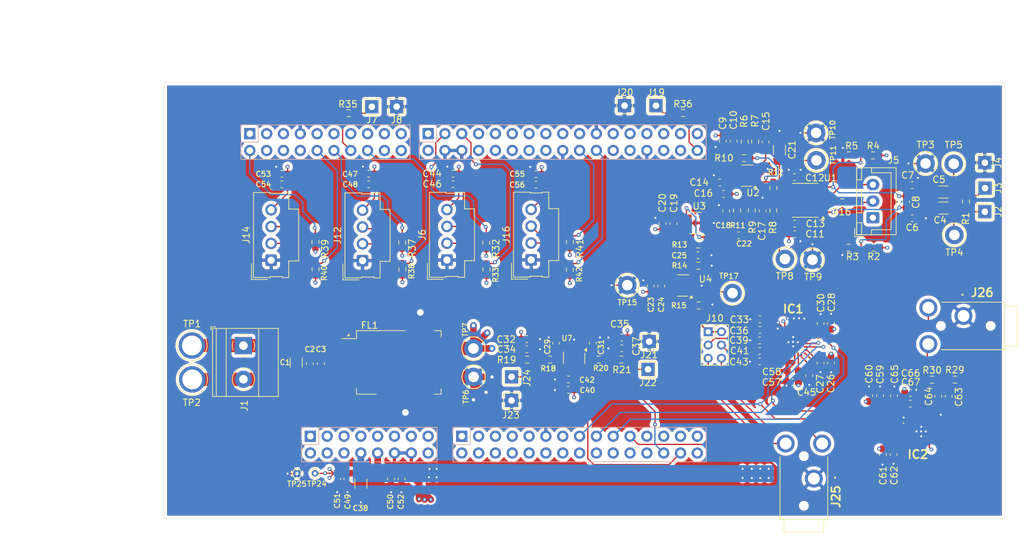
<source format=kicad_pcb>
(kicad_pcb (version 20240108) (generator "pcbnew") (generator_version "8.0")
  (layers (0 "F.Cu" signal "Signal Top (F.Cu)") (1 "In1.Cu" signal "Ground Plane") (2 "In2.Cu" power "Power Plane") (31 "B.Cu" signal "Signal Bottom (B.Cu)") (34 "B.Paste" user) (35 "F.Paste" user) (36 "B.SilkS" user "B.Silkscreen") (37 "F.SilkS" user "F.Silkscreen") (38 "B.Mask" user) (39 "F.Mask" user) (44 "Edge.Cuts" user))
  (net 0 "")
  (net 1 "Net-(U1--)")
  (net 2 "GND")
  (net 3 "Net-(U1-+)")
  (net 4 "/+9V")
  (net 5 "/PWRin")
  (net 6 "Net-(U3-+IN)")
  (net 7 "Net-(U4-+IN)")
  (net 8 "Net-(U1-Ref)")
  (net 9 "/MIC+")
  (net 10 "/MIC-")
  (net 11 "Net-(R8-Pad1)")
  (net 12 "Net-(U2-+IN)")
  (net 13 "Net-(U2-OUT)")
  (net 14 "Net-(U2--IN)")
  (net 15 "/RTN")
  (net 16 "Net-(U3--IN)")
  (net 17 "Net-(C17-Pad1)")
  (net 18 "Net-(C22-Pad1)")
  (net 19 "/+3.3V")
  (net 20 "/+5V")
  (net 22 "Net-(U7-2A)")
  (net 23 "Net-(U7-1A)")
  (net 24 "Net-(J5-Pin_3)")
  (net 25 "Net-(J5-Pin_2)")
  (net 26 "Net-(J7-Pin_1)")
  (net 53 "Net-(IC1-MICBIAS)")
  (net 54 "TIP-IN")
  (net 57 "AIN-1P")
  (net 60 "AIN-1M")
  (net 71 "/LED 1")
  (net 88 "/LED 2")
  (net 103 "/CN9 Pin 27")
  (net 104 "/CN9 Pin 25")
  (net 105 "/CN7 Pin 1")
  (net 106 "/CN7 Pin 9")
  (net 107 "/CN7 Pin 15")
  (net 108 "/CN7 Pin 11")
  (net 109 "/CN10 Pin 21")
  (net 110 "/CN10 Pin 6")
  (net 111 "/CN10 Pin 4")
  (net 112 "/CN10 Pin 19")
  (net 113 "Net-(J19-Pin_1)")
  (net 114 "Net-(J22-Pin_1)")
  (net 115 "Net-(J24-Pin_1)")
  (net 116 "RING-IN")
  (net 117 "AIN-2P")
  (net 118 "AIN-2M")
  (net 119 "Net-(IC1-VREF)")
  (net 120 "TIP-OUT")
  (net 121 "AOUT-1P")
  (net 122 "AOUT-2P")
  (net 123 "RING-OUT")
  (net 124 "Net-(IC2-VREF)")
  (net 125 "SAI-SDOUT")
  (net 126 "SAI-FS")
  (net 128 "SAI-SCK")
  (net 130 "SAI-SDIN")
  (net 131 "MIC-IN")
  (net 132 "ADC-L")
  (net 133 "ADC-R")
  (net 135 "Net-(R16-Pad2)")
  (footprint "Capacitor_SMD:C_0603_1608Metric_Pad1.08x0.95mm_HandSolder" (layer "F.Cu") (at 177.72211 114.453343)
    (property "Reference" "C66")
    (property "Value" "10uF")
  )
  (footprint "Resistor_SMD:R_0603_1608Metric_Pad0.98x0.95mm_HandSolder" (layer "F.Cu") (at 186.0918 85.529 90)
    (property "Reference" "R1")
    (property "Value" "12k")
  )
  (footprint "Resistor_SMD:R_0603_1608Metric_Pad0.98x0.95mm_HandSolder" (layer "F.Cu") (at 126.295 91.6275 90)
    (property "Reference" "R41")
    (property "Value" "1k")
  )
  (footprint "TestPoint:TestPoint_THTPad_2.0x2.0mm_Drill1.0mm" (layer "F.Cu") (at 138.275 106.7 180)
    (property "Reference" "J21")
    (property "Value" "Conn_01x01")
  )
  (footprint "Resistor_SMD:R_0603_1608Metric_Pad0.98x0.95mm_HandSolder" (layer "F.Cu") (at 153.7678 86.8992 90)
    (property "Reference" "R9")
    (property "Value" "5k")
  )
  (footprint "Package_TO_SOT_SMD:SOT-23-6_Handsoldering" (layer "F.Cu") (at 126.935 109.16 -90)
    (property "Reference" "U7")
    (property "Value" "SN74LVC2G17DBVR")
  )
  (footprint "TestPoint:TestPoint_Keystone_5005-5009_Compact" (layer "F.Cu") (at 134.965 98.18 180)
    (property "Reference" "TP15")
    (property "Value" "TestPoint")
  )
  (footprint "Connector_JST:JST_XH_B3B-XH-A_1x03_P2.50mm_Vertical" (layer "F.Cu") (at 172.045 87.99 90)
    (property "Reference" "J5")
    (property "Value" "Conn_01x03_Pin")
  )
  (footprint "Package_TO_SOT_SMD:SOT-23-5_HandSoldering" (layer "F.Cu") (at 145.2516 88.7829 180)
    (property "Reference" "U3")
    (property "Value" "LT1803CS5-TRMPBF")
  )
  (footprint "Capacitor_SMD:C_0603_1608Metric_Pad1.08x0.95mm_HandSolder" (layer "F.Cu") (at 154.97 103.31 180)
    (property "Reference" "C33")
    (property "Value" "1uF")
  )
  (footprint "Capacitor_SMD:C_0603_1608Metric_Pad1.08x0.95mm_HandSolder" (layer "F.Cu") (at 99.305 127.4675 -90)
    (property "Reference" "C50")
    (property "Value" "4.7u")
  )
  (footprint "Capacitor_SMD:C_0603_1608Metric_Pad1.08x0.95mm_HandSolder" (layer "F.Cu") (at 126.0775 114.01 180)
    (property "Reference" "C40")
    (property "Value" "4.7u")
  )
  (footprint "Capacitor_SMD:C_0603_1608Metric_Pad1.08x0.95mm_HandSolder" (layer "F.Cu") (at 177.72211 116.083343)
    (property "Reference" "C67")
    (property "Value" "0.1uF")
  )
  (footprint "Capacitor_SMD:C_0603_1608Metric_Pad1.08x0.95mm_HandSolder" (layer "F.Cu") (at 126.0725 112.42)
    (property "Reference" "C42")
    (property "Value" "0.1u")
  )
  (footprint "Resistor_SMD:R_0603_1608Metric_Pad0.98x0.95mm_HandSolder" (layer "F.Cu") (at 101.02 95.7827 -90)
    (property "Reference" "R38")
    (property "Value" "1k")
  )
  (footprint "Capacitor_SMD:C_0603_1608Metric_Pad1.08x0.95mm_HandSolder" (layer "F.Cu") (at 154.94 109.7)
    (property "Reference" "C43")
    (property "Value" "3.3uF")
  )
  (footprint "Capacitor_SMD:C_0603_1608Metric_Pad1.08x0.95mm_HandSolder" (layer "F.Cu") (at 177.9793 83.054)
    (property "Reference" "C7")
    (property "Value" "0.1u")
  )
  (footprint "Capacitor_SMD:C_0603_1608Metric_Pad1.08x0.95mm_HandSolder" (layer "F.Cu") (at 138.495 98.3025 -90)
    (property "Reference" "C23")
    (property "Value" "4.7u")
  )
  (footprint "Library_Loader:STX3000" (layer "F.Cu") (at 185.7156 102.83 180)
    (property "Reference" "J26")
    (property "Value" "STX-3000" (hide yes))
  )
  (footprint "Capacitor_SMD:C_0603_1608Metric_Pad1.08x0.95mm_HandSolder" (layer "F.Cu") (at 165.73 109.93 -90)
    (property "Reference" "C26")
    (property "Value" "10uF")
  )
  (footprint "TestPoint:TestPoint_Keystone_5005-5009_Compact" (layer "F.Cu") (at 184.245 79.84 180)
    (property "Reference" "TP5")
    (property "Value" "TestPoint")
  )
  (footprint "TestPoint:TestPoint_Keystone_5005-5009_Compact" (layer "F.Cu") (at 111.745 107.745)
    (property "Reference" "TP7")
    (property "Value" "TestPoint")
  )
  (footprint "Capacitor_SMD:C_0603_1608Metric_Pad1.08x0.95mm_HandSolder" (layer "F.Cu") (at 149.5075 84.39 180)
    (property "Reference" "C16")
    (property "Value" "4.7u")
  )
  (footprint "TestPoint:TestPoint_THTPad_2.0x2.0mm_Drill1.0mm" (layer "F.Cu") (at 188.975 83.525 -90)
    (property "Reference" "J3")
    (property "Value" "Conn_01x01")
  )
  (footprint "Resistor_SMD:R_0603_1608Metric_Pad0.98x0.95mm_HandSolder" (layer "F.Cu") (at 167.42 85.66 180)
    (property "Reference" "R16")
    (property "Value" "40")
  )
  (footprint "TestPoint:TestPoint_THTPad_2.0x2.0mm_Drill1.0mm" (layer "F.Cu") (at 100.15 71.2 180)
    (property "Reference" "J8")
    (property "Value" "Conn_01x01")
  )
  (footprint "Capacitor_SMD:C_1206_3216Metric_Pad1.33x1.80mm_HandSolder" (layer "F.Cu") (at 157.9334 77.7675 90)
    (property "Reference" "C21")
    (property "Value" "10uF")
  )
  (footprint "Capacitor_SMD:C_0603_1608Metric_Pad1.08x0.95mm_HandSolder" (layer "F.Cu") (at 148.9075 82.665 180)
    (property "Reference" "C14")
    (property "Value" "0.1u")
  )
  (footprint "Resistor_SMD:R_0603_1608Metric_Pad0.98x0.95mm_HandSolder" (layer "F.Cu") (at 172.1825 92.515 180)
    (property "Reference" "R2")
    (property "Value" "1M")
  )
  (footprint "TestPoint:TestPoint_THTPad_2.0x2.0mm_Drill1.0mm" (layer "F.Cu") (at 188.952 87.0834 -90)
    (property "Reference" "J2")
    (property "Value" "Conn_01x01")
  )
  (footprint "Resistor_SMD:R_0603_1608Metric_Pad0.98x0.95mm_HandSolder" (layer "F.Cu") (at 87.91 95.7775 -90)
    (property "Reference" "R40")
    (property "Value" "1k")
  )
  (footprint "Resistor_SMD:R_0603_1608Metric_Pad0.98x0.95mm_HandSolder" (layer "F.Cu") (at 172.0575 78.565 180)
    (property "Reference" "R4")
    (property "Value" "1M")
  )
  (footprint "Capacitor_SMD:C_0603_1608Metric_Pad1.08x0.95mm_HandSolder" (layer "F.Cu") (at 155.845 76.5275 90)
    (property "Reference" "C15")
    (property "Value" "0.1u")
  )
  (footprint "Capacitor_SMD:C_0603_1608Metric_Pad1.08x0.95mm_HandSolder" (layer "F.Cu") (at 162.44 111.85 -90)
    (property "Reference" "C45")
    (property "Value" "1uF")
  )
  (footprint "Capacitor_SMD:C_1206_3216Metric_Pad1.33x1.80mm_HandSolder" (layer "F.Cu") (at 84.995 109.8575 -90)
    (property "Reference" "C1")
    (property "Value" "47u")
  )
  (footprint "Capacitor_SMD:C_0603_1608Metric_Pad1.08x0.95mm_HandSolder" (layer "F.Cu") (at 155.3934 86.9508 90)
    (property "Reference" "C17")
    (property "Value" "0.0015u")
  )
  (footprint "Capacitor_SMD:C_0603_1608Metric_Pad1.08x0.95mm_HandSolder" (layer "F.Cu") (at 129.75 106.9425 -90)
    (property "Reference" "C31")
    (property "Value" "0.1u")
  )
  (footprint "Capacitor_SMD:C_0603_1608Metric_Pad1.08x0.95mm_HandSolder" (layer "F.Cu") (at 134.1324 107.7142 180)
    (property "Reference" "C37")
    (property "Value" "0.1u")
  )
  (footprint "Resistor_SMD:R_0603_1608Metric_Pad0.98x0.95mm_HandSolder" (layer "F.Cu") (at 152.5975 78.9782)
    (property "Reference" "R10")
    (property "Value" "0")
  )
  (footprint "Capacitor_SMD:C_0603_1608Metric_Pad1.08x0.95mm_HandSolder" (layer "F.Cu") (at 100.88 127.4675 -90)
    (property "Reference" "C52")
    (property "Value" "0.1u")
  )
  (footprint "Capacitor_SMD:C_0603_1608Metric_Pad1.08x0.95mm_HandSolder" (layer "F.Cu") (at 92.72 127.4575 90)
    (property "Reference" "C49")
    (property "Value" "4.7u")
  )
  (footprint "Resistor_SMD:R_0603_1608Metric_Pad0.98x0.95mm_HandSolder" (layer "F.Cu") (at 180.98211 112.455843)
    (property "Reference" "R30")
    (property "Value" "1K")
  )
  (footprint "Connector_Molex:Molex_SL_171971-0004_1x04_P2.54mm_Vertical" (layer "F.Cu") (at 81.2 94.41 90)
    (property "Reference" "J14")
    (property "Value" "Conn_01x04_Pin")
  )
  (footprint "Connector_Molex:Molex_SL_171971-0004_1x04_P2.54mm_Vertical" (layer "F.Cu") (at 107.75 94.38 90)
    (property "Reference" "J6")
    (property "Value" "Conn_01x04_Pin")
  )
  (footprint "Resistor_SMD:R_0603_1608Metric_Pad0.98x0.95mm_HandSolder" (layer "F.Cu") (at 145.6887 95.2304)
    (property "Reference" "R14")
    (property "Value" "5k")
  )
  (footprint "Connector_Molex:Molex_SL_171971-0004_1x04_P2.54mm_Vertical" (layer "F.Cu") (at 120.45 94.35 90)
    (property "Reference" "J16")
    (property "Value" "Conn_01x04_Pin")
  )
  (footprint "Resistor_SMD:R_0603_1608Metric_Pad0.98x0.95mm_HandSolder" (layer "F.Cu") (at 143.3875 72.17 180)
    (property "Reference" "R36")
    (property "Value" "300")
  )
  (footprint "Capacitor_SMD:C_0603_1608Metric_Pad1.08x0.95mm_HandSolder" (layer "F.Cu") (at 164.15 103.96 90)
    (property "Reference" "C30")
    (property "Value" "0.1uF")
  )
  (footprint "Capacitor_SMD:C_1206_3216Metric_Pad1.33x1.80mm_HandSolder" (layer "F.Cu") (at 94.745 128.1575 -90)
    (property "Reference" "C38")
    (property "Value" "10u")
  )
  (footprint "Capacitor_SMD:C_0603_1608Metric_Pad1.08x0.95mm_HandSolder" (layer "F.Cu") (at 154.96 106.52)
    (property "Reference" "C39")
    (property "Value" "3.3uF")
  )
  (footprint "Library_Loader:TAA5242IRGER" (layer "F.Cu") (at 160 106.75 180)
    (property "Reference" "IC1")
    (property "Value" "TAA5242IRGER" (hide yes))
  )
  (footprint "TestPoint:TestPoint_THTPad_2.0x2.0mm_Drill1.0mm" (layer "F.Cu") (at 117.5 112.025)
    (property "Reference" "J24")
    (property "Value" "Conn_01x01")
  )
  (footprint "Package_TO_SOT_SMD:SOT-23-5_HandSoldering" (layer "F.Cu") (at 153.0858 81.625 180)
    (property "Reference" "U2")
    (property "Value" "ADA4084-1ARJZ-R7")
  )
  (footprint "Capacitor_SMD:C_0603_1608Metric_Pad1.08x0.95mm_HandSolder" (layer "F.Cu") (at 159.94 112.85 180)
    (property "Reference" "C57")
    (property "Value" "10uF")
  )
  (footprint "Capacitor_SMD:C_0603_1608Metric_Pad1.08x0.95mm_HandSolder" (layer "F.Cu") (at 151.7855 90.6584 180)
    (property "Reference" "C22")
    (property "Value" "3.8nF")
  )
  (footprint "Capacitor_SMD:C_0603_1608Metric_Pad1.08x0.95mm_HandSolder" (layer "F.Cu") (at 82.8225 82.935)
    (property "Reference" "C54")
    (property "Value" "0.1u")
  )
  (footprint "Capacitor_SMD:C_0603_1608Metric_Pad1.08x0.95mm_HandSolder" (layer "F.Cu") (at 134.1325 106.09 180)
    (property "Reference" "C35")
    (property "Value" "4.7u")
  )
  (footprint "TestPoint:TestPoint_THTPad_2.0x2.0mm_Drill1.0mm" (layer "F.Cu") (at 139.3 71.05)
    (property "Reference" "J19")
    (property "Value" "Conn_01x01")
  )
  (footprint "Capacitor_SMD:C_0603_1608Metric_Pad1.08x0.95mm_HandSolder" (layer "F.Cu") (at 173.55211 123.772343 -90)
    (property "Reference" "C61")
    (property "Value" "10uF")
  )
  (footprint "Capacitor_SMD:C_0603_1608Metric_Pad1.08x0.95mm_HandSolder" (layer "F.Cu") (at 88.72 110.0325 -90)
    (property "Reference" "C3")
    (property "Value" "var")
  )
  (footprint "Library_Loader:TAD5242IRGER" (layer "F.Cu") (at 179.32211 120.283343)
    (property "Reference" "IC2")
    (property "Value" "TAD5242IRGER" (hide yes))
  )
  (footprint "Capacitor_SMD:C_0603_1608Metric_Pad1.08x0.95mm_HandSolder" (layer "F.Cu") (at 183.49211 114.965843 90)
    (property "Reference" "C63")
    (property "Value" "3.3uF")
  )
  (footprint "Capacitor_SMD:C_0603_1608Metric_Pad1.08x0.95mm_HandSolder" (layer "F.Cu") (at 119.8075 107.875 180)
    (property "Reference" "C34")
    (property "Value" "0.1u")
  )
  (footprint "Capacitor_SMD:C_0603_1608Metric_Pad1.08x0.95mm_HandSolder" (layer "F.Cu") (at 82.8285 81.3548)
    (property "Reference" "C53")
    (property "Value" "4.7u")
  )
  (footprint "Capacitor_SMD:C_0603_1608Metric_Pad1.08x0.95mm_HandSolder" (layer "F.Cu") (at 91.17 127.4575 90)
    (property "Reference" "C51")
    (property "Value" "0.1u")
  )
  (footprint "TestPoint:TestPoint_THTPad_2.0x2.0mm_Drill1.0mm" (layer "F.Cu") (at 96.4 71.225 180)
    (property "Reference" "J7")
    (property "Value" "Conn_01x01")
  )
  (footprint "Capacitor_SMD:C_0603_1608Metric_Pad1.08x0.95mm_HandSolder" (layer "F.Cu") (at 160.2325 88.89 180)
    (property "Reference" "C13")
    (property "Value" "0.1u")
  )
  (footprint "Capacitor_SMD:C_0603_1608Metric_Pad1.08x0.95mm_HandSolder" (layer "F.Cu") (at 149.907 86.9489 90)
    (property "Reference" "C18")
    (property "Value" "220p")
  )
  (footprint "Capacitor_SMD:C_0603_1608Metric_Pad1.08x0.95mm_HandSolder" (layer "F.Cu") (at 95.9325 81.335)
    (property "Reference" "C47")
    (property "Value" "4.7u")
  )
  (footprint "Capacitor_SMD:C_0603_1608Metric_Pad1.08x0.95mm_HandSolder" (layer "F.Cu") (at 108.659 82.9102)
    (property "Reference" "C46")
    (property "Value" "0.1u")
  )
  (footprint "Capacitor_SMD:C_1206_3216Metric_Pad1.33x1.80mm_HandSolder" (layer "F.Cu") (at 182.7043 86.529 180)
    (property "Reference" "C4")
    (property "Value" "47uF")
  )
  (footprint "TestPoint:TestPoint_Plated_Hole_D3.0mm" (layer "F.Cu") (at 69.245 107.295)
    (property "Reference" "TP1")
    (property "Value" "TestPoint")
  )
  (footprint "Capacitor_SMD:C_0603_1608Metric_Pad1.08x0.95mm_HandSolder" (layer "F.Cu") (at 121.176 81.4098)
    (property "Reference" "C55")
    (property "Value" "4.7u")
  )
  (footprint "Capacitor_SMD:C_0603_1608Metric_Pad1.08x0.95mm_HandSolder" (layer "F.Cu") (at 155 104.93)
    (property "Reference" "C36")
    (property "Value" "3.3uF")
  )
  (footprint "Capacitor_SMD:C_0603_1608Metric_Pad1.08x0.95mm_HandSolder" (layer "F.Cu") (at 121.195 82.995)
    (property "Reference" "C56")
    (property "Value" "0.1u")
  )
  (footprint "TerminalBlock_Phoenix:TerminalBlock_Phoenix_MKDS-1,5-2-5.08_1x02_P5.08mm_Horizontal" (layer "F.Cu") (at 77.02 107.315 -90)
    (property "Reference" "J1")
    (property "Value" "Screw_Terminal_01x02")
  )
  (footprint "Resistor_SMD:R_0603_1608Metric_Pad0.98x0.95mm_HandSolder" (layer "F.Cu") (at 154.27 76.465 90)
    (property "Reference" "R7")
    (property "Value" "10k")
  )
  (footprint "TestPoint:TestPoint_Keystone_5005-5009_Compact" (layer "F.Cu") (at 163.465 75.17 180)
    (property "Reference" "TP10")
    (property "Value" "TestPoint")
  )
  (footprint "Capacitor_SMD:C_0603_1608Metric_Pad1.08x0.95mm_HandSolder" (layer "F.Cu") (at 177.9793 88.054 180)
    (property "Reference" "C6")
    (property "Value" "0.1u")
  )
  (footprint "Resistor_SMD:R_0603_1608Metric_Pad0.98x0.95mm_HandSolder" (layer "F.Cu") (at 134.0699 109.415)
    (property "Reference" "R21")
    (property "Value" "5k")
  )
  (footprint "Resistor_SMD:R_0603_1608Metric_Pad0.98x0.95mm_HandSolder" (layer "F.Cu") (at 113.6775 91.77 90)
    (property "Reference" "R32")
    (property "Value" "1k")
  )
  (footprint "Resistor_SMD:R_0603_1608Metric_Pad0.98x0.95mm_HandSolder" (layer "F.Cu") (at 87.885 91.6525 90)
    (property "Reference" "R39")
    (property "Value" "1k")
  )
  (footprint "Resistor_SMD:R_0603_1608Metric_Pad0.98x0.95mm_HandSolder" (layer "F.Cu") (at 119.8575 109.435 180)
    (property "Reference" "R19")
    (property "Value" "5k")
  )
  (footprint "Capacitor_SMD:C_0603_1608Metric_Pad1.08x0.95mm_HandSolder" (layer "F.Cu") (at 175.18211 123.772343 -90)
    (property "Reference" "C62")
    (property "Value" "0.1uF")
  )
  (footprint "TestPoint:TestPoint_Keystone_5005-5009_Compact" (layer "F.Cu") (at 111.77 112.045)
    (property "Reference" "TP6")
    (property "Value" "TestPoint")
  )
  (footprint "Capacitor_SMD:C_0603_1608Metric_Pad1.08x0.95mm_HandSolder" (layer "F.Cu") (at 175.24211 114.893343 90)
    (property "Reference" "C65")
    (property "Value" "1uF")
  )
  (footprint "Capacitor_SMD:C_0603_1608Metric_Pad1.08x0.95mm_HandSolder" (layer "F.Cu") (at 171.47581 114.882343 90)
    (property "Reference" "C60")
    (property "Value" "0.1uF")
  )
  (footprint "Capacitor_SMD:C_0603_1608Metric_Pad1.08x0.95mm_HandSolder" (layer "F.Cu") (at 173.12681 114.882343 90)
    (property "Reference" "C59")
    (property "Value" "10uF")
  )
  (footprint "Resistor_SMD:R_0603_1608Metric_Pad0.98x0.95mm_HandSolder" (layer "F.Cu") (at 113.7025 95.8177 -90)
    (property "Reference" "R33")
    (property "Value" "1k")
  )
  (footprint "Capacitor_SMD:C_1206_3216Metric_Pad1.33x1.80mm_HandSolder" (layer "F.Cu") (at 182.7168 84.104 180)
    (property "Reference" "C5")
    (property "Value" "47uF")
  )
  (footprint "TestPoint:TestPoint_THTPad_2.0x2.0mm_Drill1.0mm" (layer "F.Cu") (at 188.95 79.675 -90)
    (property "Reference" "J4")
    (property "Value" "Conn_01x01")
  )
  (footprint "Capacitor_SMD:C_0603_1608Metric_Pad1.08x0.95mm_HandSolder" (layer "F.Cu") (at 95.9265 82.9252)
    (property "Reference" "C48")
    (property "Value" "0.1u")
  )
  (footprint "TestPoint:TestPoint_Keystone_5005-5009_Compact" (layer "F.Cu") (at 179.995 79.79 180)
    (property "Reference" "TP3")
    (property "Value" "TestPoint")
  )
  (footprint "Capacitor_SMD:C_0603_1608Metric_Pad1.08x0.95mm_HandSolder" (layer "F.Cu") (at 149.395 76.415 -90)
    (property "Reference" "C9")
    (property "Value" "4.7u")
  )
  (footprint "Capacitor_SMD:C_0603_1608Metric_Pad1.08x0.95mm_HandSolder" (layer "F.Cu") (at 159.94 111.1 180)
    (property "Reference" "C58")
    (property "Value" "0.1uF")
  )
  (footprint "Capacitor_SMD:C_0603_1608Metric_Pad1.08x0.95mm_HandSolder" (layer "F.Cu") (at 164.14 109.93 -90)
    (property "Reference" "C27")
    (property "Value" "0.1uF")
  )
  (footprint "Capacitor_SMD:C_0603_1608Metric_Pad1.08x0.95mm_HandSolder" (layer "F.Cu") (at 177.04 85.59 90)
    (property "Reference" "C8")
    (property "Value" "0.1u")
  )
  (footprint "Resistor_SMD:R_0603_1608Metric_Pad0.98x0.95mm_HandSolder" (layer "F.Cu") (at 184.42211 112.445843 180)
    (property "Reference" "R29")
    (property "Value" "1K")
  )
  (footprint "Connector_PinHeader_2.00mm:PinHeader_2x03_P2.00mm_Vertical" (layer "F.Cu") (at 147.18 105.22)
    (property "Reference" "J10")
    (property "Value" "Conn_02x03_Odd_Even")
  )
  (footprint "Capacitor_SMD:C_0603_1608Metric_Pad1.08x0.95mm_HandSolder" (layer "F.Cu") (at 181.91211 114.965843 90)
    (property "Reference" "C64")
    (property "Value" "3.3uF")
  )
  (footprint "Resistor_SMD:R_0603_1608Metric_Pad0.98x0.95mm_HandSolder" (layer "F.Cu") (at 145.75 101.25 180)
    (property "Reference" "R15")
    (property "Value" "var")
  )
  (footprint "Resistor_SMD:R_0603_1608Metric_Pad0.98x0.95mm_HandSolder" (layer "F.Cu") (at 157.019 86.8992 -90)
    (property "Reference" "R8")
    (property "Value" "5k")
  )
  (footprint "Resistor_SMD:R_0603_1608Metric_Pad0.98x0.95mm_HandSolder" (layer "F.Cu") (at 130.6575 109.415 180)
    (property "Reference" "R20")
    (property "Value" "5k")
  )
  (footprint "Resistor_SMD:R_0603_1608Metric_Pad0.98x0.95mm_HandSolder" (layer "F.Cu") (at 100.995 91.735 90)
    (property "Reference" "R37")
    (property "Value" "1k")
  )
  (footprint "Capacitor_SMD:C_0603_1608Metric_Pad1.08x0.95mm_HandSolder" (layer "F.Cu") (at 151.02 76.415 -90)
    (property "Reference" "C10")
    (property "Value" "0.1u")
  )
  (footprint "Resistor_SMD:R_0603_1608Metric_Pad0.98x0.95mm_HandSolder" (layer "F.Cu") (at 157.019 83.4937 90)
    (property "Reference" "R12")
    (property "Value" "100")
  )
  (footprint "TestPoint:TestPoint_THTPad_2.0x2.0mm_Drill1.0mm" (layer "F.Cu") (at 138.1 110.9 180)
    (property "Reference" "J22")
    (property "Value" "Conn_01x01")
  )
  (footprint "Resistor_SMD:R_0603_1608Metric_Pad0.98x0.95mm_HandSolder" (layer "F.Cu") (at 168.4174 78.565 180)
    (property "Reference" "R5")
    (property "Value" "1M")
  )
  (footprint "Capacitor_SMD:C_0603_1608Metric_Pad1.08x0.95mm_HandSolder" (layer "F.Cu") (at 145.6387 93.6556)
    (property "Reference" "C25")
    (property "Value" "1000p")
  )
  (footprint "Capacitor_SMD:C_0603_1608Metric_Pad1.08x0.95mm_HandSolder" (layer "F.Cu") (at 141.945 88.8775 -90)
    (property "Reference" "C19")
    (property "Value" "0.1u")
  )
  (footprint "Resistor_SMD:R_0603_1608Metric_Pad0.98x0.95mm_HandSolder" (layer "F.Cu") (at 126.295 95.8275 -90)
    (property "Reference" "R42")
    (property "Value" "1k")
  )
  (footprint "Library_Loader:STX3000" (layer "F.Cu") (at 163.1278 127.4058 90)
    (property "Reference" "J25")
    (property "Value" "STX-3000" (hide yes))
  )
  (footprint "Filter:Filter_Murata_BNX025" (layer "F.Cu") (at 100.47 109.845)
    (property "Reference" "FL1")
    (property "Value" "BNX027")
  )
  (footprint "TestPoint:TestPoint_THTPad_D1.0mm_Drill0.5mm" (layer "F.Cu") (at 87.825 126.62)
    (property "Reference" "TP24")
    (property "Value" "TestPoint")
  )
  (footprint "Capacitor_SMD:C_0603_1608Metric_Pad1.08x0.95mm_HandSolder" (layer "F.Cu") (at 108.665 81.345)
    (property "Reference" "C44")
    (property "Value" "4.7u")
  )
  (footprint "TestPoint:TestPoint_THTPad_D1.0mm_Drill0.5mm" (layer "F.Cu") (at 85.11 126.66)
    (property "Reference" "TP25")
    (property "Value" "TestPoint")
  )
  (footprint "Resistor_SMD:R_0603_1608Metric_Pad0.98x0.95mm_HandSolder" (layer "F.Cu") (at 145.6887 92.03 180)
    (property "Reference" "R13")
    (property "Value" "10k")
  )
  (footprint "Capacitor_SMD:C_0603_1608Metric_Pad1.08x0.95mm_HandSolder" (layer "F.Cu") (at 140.295 88.8775 90)
    (property "Reference" "C20")
    (property "Value" "4.7u")
  )
  (footprint "Capacitor_SMD:C_0603_1608Metric_Pad1.08x0.95mm_HandSolder" (layer "F.Cu") (at 140.095 98.315 -90)
    (property "Reference" "C24")
    (property "Value" "0.1u")
  )
  (footprint "TestPoint:TestPoint_Keystone_5005-5009_Compact" (layer "F.Cu") (at 184.345 90.59 180)
    (property "Reference" "TP4")
    (property "Value" "TestPoint")
  )
  (footprint "Capacitor_SMD:C_0603_1608Metric_Pad1.08x0.95mm_HandSolder" (layer "F.Cu") (at 124.225 106.9475 -90)
    (property "Reference" "C29")
    (property "Value" "0.1u")
  )
  (footprint "Resistor_SMD:R_0603_1608Metric_Pad0.98x0.95mm_HandSolder" (layer "F.Cu") (at 168.3455 92.515 180)
    (property "Reference" "R3")
    (property "Value" "1M")
  )
  (footprint "TestPoint:TestPoint_Keystone_5005-5009_Compact" (layer "F.Cu") (at 158.77 94.215 180)
    (property "Reference" "TP8")
    (property "Value" "TestPoint")
  )
  (footprint "Capacitor_SMD:C_0603_1608Metric_Pad1.08x0.95mm_HandSolder" (layer "F.Cu") (at 119.8075 106.325)
    (property "Reference" "C32")
    (property "Value" "4.7u")
  )
  (footprint "Capacitor_SMD:C_0603_1608Metric_Pad1.08x0.95mm_HandSolder" (layer "F.Cu") (at 165.73 103.96 90)
    (property "Reference" "C28")
    (property "Value" "10uF")
  )
  (footprint "Package_TO_SOT_SMD:SOT-23-5_HandSoldering" (layer "F.Cu") (at 143.4338 98.2276 180)
    (property "Reference" "U4")
    (property "Value" "ADA4084-1ARJZ-R7")
  )
  (footprint "Capacitor_SMD:C_0603_1608Metric_Pad1.08x0.95mm_HandSolder" (layer "F.Cu") (at 160.2325 90.465 180)
    (property "Reference" "C11")
    (property "Value" "4.7u")
  )
  (footprint "TestPoint:TestPoint_Keystone_5005-5009_Compact" (layer "F.Cu") (at 162.92 94.34 180)
    (property "Reference" "TP9")
    (property "Value" "TestPoint")
  )
  (footprint "Capacitor_SMD:C_0603_1608Metric_Pad1.08x0.95mm_HandSolder" (layer "F.Cu") (at 87.07 110.0325 -90)
    (property "Reference" "C2")
    (property "Value" "0.1u")
  )
  (footprint "Capacitor_SMD:C_0603_1608Metric_Pad1.08x0.95mm_HandSolder" (layer "F.Cu") (at 154.9475 108.12)
    (property "Reference" "C41")
    (property "Value" "3.3uF")
  )
  (footprint "Connector_Molex:Molex_SL_171971-0004_1x04_P2.54mm_Vertical" (layer "F.Cu") (at 95 94.47 90)
    (property "Reference" "J12")
    (property "Value" "Conn_01x04_Pin")
  )
  (footprint "Resistor_SMD:R_0603_1608Metric_Pad0.98x0.95mm_HandSolder" (layer "F.Cu") (at 123.3125 109.42)
    (property "Reference" "R18")
    (property "Value" "5k")
  )
  (footprint "Resistor_SMD:R_0603_1608Metric_Pad0.98x0.95mm_HandSolder" (layer "F.Cu") (at 151.5326 86.9011 -90)
    (property "Reference" "R11")
    (property "Value" "5k")
  )
  (footprint "Resistor_SMD:R_0603_1608Metric_Pad0.98x0.95mm_HandSolder" (layer "F.Cu") (at 92.9075 72.19)
    (property "Reference" "R35")
    (property "Value" "300")
  )
  (footprint "TestPoint:TestPoint_Keystone_5005-5009_Compact" (layer "F.Cu") (at 163.52 79.315 180)
    (property "Reference" "TP11")
    (property "Value" "TestPoint")
  )
  (footprint "TestPoint:TestPoint_Plated_Hole_D3.0mm" (layer "F.Cu") (at 69.295 112.42)
    (property "Reference" "TP2")
    (property "Value" "TestPoint")
  )
  (footprint "TestPoint:TestPoint_THTPad_2.0x2.0mm_Drill1.0mm" (layer "F.Cu") (at 134.55 71.05)
    (property "Reference" "J20")
    (property "Value" "Conn_01x01")
  )
  (footprint "Resistor_SMD:R_0603_1608Metric_Pad0.98x0.95mm_HandSolder" (layer "F.Cu") (at 152.6952 76.47 -90)
    (property "Reference" "R6")
    (property "Value" "10k")
  )
  (footprint "Capacitor_SMD:C_0603_1608Metric_Pad1.08x0.95mm_HandSolder" (layer "F.Cu") (at 160.2043 81.854 180)
    (property "Reference" "C12")
    (property "Value" "0.1u")
  )
  (footprint "TestPoint:TestPoint_Keystone_5005-5009_Compact" (layer "F.Cu") (at 150.852 99.377 180)
    (property "Reference" "TP17")
    (property "Value" "TestPoint")
  )
  (footprint "TestPoint:TestPoint_THTPad_2.0x2.0mm_Drill1.0mm" (layer "F.Cu") (at 117.5 115.6)
    (property "Reference" "J23")
    (property "Value" "Conn_01x01")
  )
  (footprint "Package_SO:SOIC-8_3.9x4.9mm_P1.27mm" (layer "F.Cu") (at 161.8418 85.354 180)
    (property "Reference" "U1")
    (property "Value" "INA849D")
  )
  (footprint "Connector_PinHeader_2.54mm:PinHeader_2x17_P2.54mm_Vertical" (layer "B.Cu") (at 104.905 75.28 -90)
    (property "Reference" "J18" (hide yes))
    (property "Value" "Conn_02x17_Odd_Even")
  )
  (footprint "Connector_PinHeader_2.54mm:PinHeader_2x15_P2.54mm_Vertical" (layer "B.Cu") (at 109.985 121 -90)
    (property "Reference" "J15" (hide yes))
    (property "Value" "Conn_02x15_Odd_Even")
  )
  (footprint "Connector_PinHeader_2.54mm:PinHeader_2x10_P2.54mm_Vertical" (layer "B.Cu") (at 77.985 75.29 -90)
    (property "Reference" "J17" (hide yes))
    (property "Value" "Conn_02x10_Odd_Even")
  )
  (footprint "Connector_PinHeader_2.54mm:PinHeader_2x08_P2.54mm_Vertical" (layer "B.Cu") (at 87.125 121 -90)
    (property "Reference" "J13" (hide yes))
    (property "Value" "Conn_02x08_Odd_Even")
  )
  (gr_line (start 65 67.5) (end 192 67.5) (stroke (width 0.05)) (layer "Edge.Cuts"))
  (gr_line (start 65 133.5) (end 65 67.5) (stroke (width 0.05)) (layer "Edge.Cuts"))
  (gr_line (start 192 67.5) (end 192 133.5) (stroke (width 0.05)) (layer "Edge.Cuts"))
  (gr_line (start 192 133.5) (end 65 133.5) (stroke (width 0.05)) (layer "Edge.Cuts"))
  (gr_text "9V" (at 104.105 118.88 0) (layer "F.Cu") (effects (font (size 0.75 0.75)) (justify left bottom)))
  (gr_text "5V" (at 96.475 118.86 0) (layer "F.Cu") (effects (font (size 0.8 0.8)) (justify left bottom)))
  (gr_text "CN9" (at 107.905 118.85 0) (layer "F.Cu") (effects (font (size 1.5 1.5) (thickness 0.3) (bold yes)) (justify left bottom)))
  (gr_text "CN10" (at 103.095 73.05 0) (layer "F.Cu") (effects (font (size 1.5 1.5) (thickness 0.3) (bold yes)) (justify left bottom)))
  (gr_text "3.3V" (at 93.555 118.86 0) (layer "F.Cu") (effects (font (size 0.75 0.75)) (justify left bottom)))
  (gr_text "CN7" (at 75.845 73.08 0) (layer "F.Cu") (effects (font (size 1.5 1.5) (thickness 0.3) (bold yes)) (justify left bottom)))
  (gr_text "CN8" (at 84.955 118.84 0) (layer "F.Cu") (effects (font (size 1.5 1.5) (thickness 0.3) (bold yes)) (justify left bottom)))
  (segment (start 170.27 91.54) (end 170.27 92.515) (width 0.2) (layer "F.Cu") (net 1))
  (segment (start 181.1418 86.529) (end 177.1165 86.529) (width 0.2) (layer "F.Cu") (net 1))
  (segment (start 166.0418 87.154) (end 164.4218 87.154) (width 0.2) (layer "F.Cu") (net 1))
  (segment (start 177.1165 86.529) (end 177.04 86.4525) (width 0.2) (layer "F.Cu") (net 1))
  (segment (start 177.1168 86.4608) (end 177.1168 88.054) (width 0.2) (layer "F.Cu") (net 1))
  (segment (start 170.27 92.515) (end 169.258 92.515) (width 0.2) (layer "F.Cu") (net 1))
  (segment (start 164.4218 87.154) (end 164.3168 87.259) (width 0.2) (layer "F.Cu") (net 1))
  (segment (start 176.03 86.4525) (end 177.04 86.4525) (width 0.2) (layer "F.Cu") (net 1))
  (segment (start 171.27 92.515) (end 170.27 92.515) (width 0.2) (layer "F.Cu") (net 1))
  (segment (start 181.0293 86.4165) (end 181.1418 86.529) (width 0.2) (layer "F.Cu") (net 1))
  (via (at 170.27 91.54) (size 0.6) (drill 0.3) (layers "F.Cu" "B.Cu") (net 1))
  (via (at 176.03 86.4525) (size 0.6) (drill 0.3) (layers "F.Cu" "B.Cu") (net 1))
  (via (at 166.0418 87.154) (size 0.6) (drill 0.3) (layers "F.Cu" "B.Cu") (net 1))
  (segment (start 174.0418 91.0682) (end 173.795 91.315) (width 0.2) (layer "B.Cu") (net 1))
  (segment (start 176.03 86.4525) (end 174.0418 88.4407) (width 0.2) (layer "B.Cu") (net 1))
  (segment (start 174.0418 88.4407) (end 174.0418 91.0682) (width 0.2) (layer "B.Cu") (net 1))
  (segment (start 176.03 86.4525) (end 175.7425 86.74) (width 0.2) (layer "B.Cu") (net 1))
  (segment (start 170.495 91.315) (end 170.27 91.54) (width 0.2) (layer "B.Cu") (net 1))
  (segment (start 166.4558 86.74) (end 166.0418 87.154) (width 0.2) (layer "B.Cu") (net 1))
  (segment (start 175.7425 86.74) (end 166.4558 86.74) (width 0.2) (layer "B.Cu") (net 1))
  (segment (start 173.795 91.315) (end 170.495 91.315) (width 0.2) (layer "B.Cu") (net 1))
  (segment (start 154.0975 106.52) (end 153.53 106.52) (width 0.2) (layer "F.Cu") (net 2))
  (segment (start 160.75 104.85) (end 160.75 103.35) (width 0.2) (layer "F.Cu") (net 2))
  (segment (start 161.725 105.025) (end 162.2225 105.025) (width 0.2) (layer "F.Cu") (net 2))
  (segment (start 123.13 106.085) (end 123.115 106.07) (width 0.2) (layer "F.Cu") (net 2))
  (segment (start 85.11 126.66) (end 83.68 126.66) (width 0.2) (layer "F.Cu") (net 2))
  (segment (start 125.215 114.01) (end 124.04 114.01) (width 0.2) (layer "F.Cu") (net 2))
  (segment (start 162.44 112.7125) (end 162.44 113.24) (width 0.2) (layer "F.Cu") (net 2))
  (segment (start 154.4358 81.625) (end 155.135 81.625) (width 0.2) (layer "F.Cu") (net 2))
  (segment (start 181.15211 117.803343) (end 182.237893 117.803343) (width 0.2) (layer "F.Cu") (net 2))
  (segment (start 173.12681 114.019843) (end 173.12681 113.485343) (width 0.2) (layer "F.Cu") (net 2))
  (segment (start 165.73 110.7925) (end 165.73 111.32) (width 0.2) (layer "F.Cu") (net 2))
  (segment (start 81.96 81.3608) (end 81.966 81.3548) (width 0.2) (layer "F.Cu") (net 2))
  (segment (start 146.6625 101.25) (end 147.65 101.25) (width 0.2) (layer "F.Cu") (net 2))
  (segment (start 160.75 103.35) (end 160.91 103.19) (width 0.2) (layer "F.Cu") (net 2))
  (segment (start 161.095 90.465) (end 161.095 91.54) (width 0.2) (layer "F.Cu") (net 2))
  (segment (start 160.25 104.85) (end 160.25 103.32) (width 0.2) (layer "F.Cu") (net 2))
  (segment (start 175.18211 125.146043) (end 175.15881 125.169343) (width 0.2) (layer "F.Cu") (net 2))
  (segment (start 178.58461 114.453343) (end 178.58461 113.996543) (width 0.2) (layer "F.Cu") (net 2))
  (segment (start 107.7965 82.9102) (end 107.7965 81.351) (width 0.2) (layer "F.Cu") (net 2))
  (segment (start 151.02 77.2775) (end 149.395 77.2775) (width 0.2) (layer "F.Cu") (net 2))
  (segment (start 148.0274 88.7788) (end 146.6057 88.7788) (width 0.2) (layer "F.Cu") (net 2))
  (segment (start 107.7965 81.351) (end 107.8025 81.345) (width 0.2) (layer "F.Cu") (net 2))
  (segment (start 140.295 88.015) (end 139.195 88.015) (width 0.2) (layer "F.Cu") (net 2))
  (segment (start 181.22211 120.033343) (end 179.57211 120.033343) (width 0.2) (layer "F.Cu") (net 2))
  (segment (start 181.22211 119.033343) (end 181.22211 119.533343) (width 0.2) (layer "F.Cu") (net 2))
  (segment (start 153.53 106.52) (end 153.52 106.51) (width 0.2) (layer "F.Cu") (net 2))
  (segment (start 92.72 128.32) (end 92.72 129.435) (width 0.2) (layer "F.Cu") (net 2))
  (segment (start 178.58461 113.996543) (end 178.58781 113.993343) (width 0.2) (layer "F.Cu") (net 2))
  (segment (start 164.14 110.7925) (end 164.14 111.31) (width 0.2) (layer "F.Cu") (net 2))
  (segment (start 155.135 81.625) (end 156.145 80.615) (width 0.2) (layer "F.Cu") (net 2))
  (segment (start 178.07211 122.183343) (end 178.57211 122.183343) (width 0.2) (layer "F.Cu") (net 2))
  (segment (start 177.59711 118.558343) (end 177.05681 118.558343) (width 0.2) (layer "F.Cu") (net 2))
  (segment (start 100.88 128.33) (end 100.88 129.465) (width 0.2) (layer "F.Cu") (net 2))
  (segment (start 130.84 106.08) (end 130.845 106.075) (width 0.2) (layer "F.Cu") (net 2))
  (segment (start 165.73 103.0975) (end 165.73 102.53) (width 0.2) (layer "F.Cu") (net 2))
  (segment (start 138.5075 97.4525) (end 138.495 97.44) (width 0.2) (layer "F.Cu") (net 2))
  (segment (start 111.77 112.495) (end 113.645 114.37) (width 1) (layer "F.Cu") (net 2))
  (segment (start 153.52 109.7) (end 153.49 109.73) (width 0.2) (layer "F.Cu") (net 2))
  (segment (start 160.25 103.32) (end 160.12 103.19) (width 0.2) (layer "F.Cu") (net 2))
  (segment (start 153.56 103.31) (end 153.54 103.33) (width 0.2) (layer "F.Cu") (net 2))
  (segment (start 161.725 108.475) (end 161.8225 108.475) (width 0.2) (layer "F.Cu") (net 2))
  (segment (start 178.8418 83.054) (end 178.8418 81.954) (width 0.2) (layer "F.Cu") (net 2))
  (segment (start 181.25481 121.566043) (end 181.22211 121.533343) (width 0.2) (layer "F.Cu") (net 2))
  (segment (start 81.966 81.3548) (end 81.966 80.2798) (width 0.2) (layer "F.Cu") (net 2))
  (segment (start 159.3668 83.449) (end 159.3668 81.879) (width 0.2) (layer "F.Cu") (net 2))
  (segment (start 181.04711 118.558343) (end 181.04711 118.858343) (width 0.2) (layer "F.Cu") (net 2))
  (segment (start 161.095 88.89) (end 161.095 90.465) (width 0.2) (layer "F.Cu") (net 2))
  (segment (start 161.25 104.85) (end 161.25 103.68) (width 0.2) (layer "F.Cu") (net 2))
  (segment (start 157.9334 76.205) (end 157.9334 74.8766) (width 0.2) (layer "F.Cu") (net 2))
  (segment (start 91.17 129.455) (end 91.165 129.46) (width 0.2) (layer "F.Cu") (net 2))
  (segment (start 154.27 75.5525) (end 155.7325 75.5525) (width 0.2) (layer "F.Cu") (net 2))
  (segment (start 164.15 103.0975) (end 165.73 103.0975) (width 0.2) (layer "F.Cu") (net 2))
  (segment (start 178.8418 88.054) (end 180.034 88.054) (width 0.2) (layer "F.Cu") (net 2))
  (segment (start 140.095 97.4525) (end 138.5075 97.4525) (width 0.2) (layer "F.Cu") (net 2))
  (segment (start 158.275 104.387) (end 158.275 105.025) (width 0.2) (layer "F.Cu") (net 2))
  (segment (start 159.3668 81.879) (end 159.3418 81.854) (width 0.2) (layer "F.Cu") (net 2))
  (segment (start 159.75 107) (end 160 106.75) (width 0.2) (layer "F.Cu") (net 2))
  (segment (start 160.25 108.65) (end 160.25 109.9275) (width 0.2) (layer "F.Cu") (net 2))
  (segment (start 161.9 106) (end 160.75 106) (width 0.2) (layer "F.Cu") (net 2))
  (segment (start 161.0668 81.854) (end 161.0668 80.8194) (width 0.2) (layer "F.Cu") (net 2))
  (segment (start 163.465 75.17) (end 161.09 75.17) (width 0.2) (layer "F.Cu") (net 2))
  (segment (start 120.3325 82.995) (end 120.3325 81.4288) (width 0.2) (layer "F.Cu") (net 2))
  (segment (start 175.24211 113.529043) (end 175.28581 113.485343) (width 0.2) (layer "F.Cu") (net 2))
  (segment (start 146.6012 95.2304) (end 147.7226 95.2304) (width 0.2) (layer "F.Cu") (net 2))
  (segment (start 171.47581 114.019843) (end 171.47581 113.485343) (width 0.2) (layer "F.Cu") (net 2))
  (segment (start 159.75 108.65) (end 159.75 107) (width 0.2) (layer "F.Cu") (net 2))
  (segment (start 146.6057 88.7788) (end 146.6016 88.7829) (width 0.2) (layer "F.Cu") (net 2))
  (segment (start 132.12 106.09) (end 132.115 106.085) (width 0.2) (layer "F.Cu") (net 2))
  (segment (start 161.25 103.68) (end 161.7 103.23) (width 0.2) (layer "F.Cu") (net 2))
  (segment (start 125.21 112.42) (end 124.04 112.42) (width 0.2) (layer "F.Cu") (net 2))
  (segment (start 121.785 107.875) (end 121.8 107.86) (width 0.2) (layer "F.Cu") (net 2))
  (segment (start 159.3418 81.854) (end 159.3418 80.7664) (width 0.2) (layer "F.Cu") (net 2))
  (segment (start 178.58461 116.083343) (end 178.58461 114.453343) (width 0.2) (layer "F.Cu") (net 2))
  (segment (start 175.24211 114.030843) (end 175.24211 113.529043) (width 0.2) (layer "F.Cu") (net 2))
  (segment (start 81.96 82.935) (end 81.96 81.3608) (width 0.2) (layer "F.Cu") (net 2))
  (segment (start 162.92 94.34) (end 162.92 91.99) (width 0.2) (layer "F.Cu") (net 2))
  (segment (start 181.22211 120.533343) (end 181.22211 120.033343) (width 0.2) (layer "F.Cu") (net 2))
  (segment (start 133.2699 106.0901) (end 133.27 106.09) (width 0.2) (layer "F.Cu") (net 2))
  (segment (start 149.907 86.0864) (end 148.7894 86.0864) (width 0.2) (layer "F.Cu") (net 2))
  (segment (start 94.745 129.72) (end 94.745 130.99) (width 0.2) (layer "F.Cu") (net 2))
  (segment (start 159.75 103.751432) (end 159.187293 103.188725) (width 0.2) (layer "F.Cu") (net 2))
  (segment (start 181.22211 120.533343) (end 181.22211 121.033343) (width 0.2) (layer "F.Cu") (net 2))
  (segment (start 160.25 109.9275) (end 159.0775 111.1) (width 0.2) (layer "F.Cu") (net 2))
  (segment (start 179.995 79.79) (end 177.42 79.79) (width 0.2) (layer "F.Cu") (net 2))
  (segment (start 129.75 106.08) (end 130.84 106.08) (width 0.2) (layer "F.Cu") (net 2))
  (segment (start 167.433 92.515) (end 167.433 93.6326) (width 0.2) (layer "F.Cu") (net 2))
  (segment (start 179.07211 118.383343) (end 179.07211 116.570843) (width 0.2) (layer "F.Cu") (net 2))
  (segment (start 181.04711 118.858343) (end 181.22211 119.033343) (width 0.2) (layer "F.Cu") (net 2))
  (segment (start 157.9334 74.8766) (end 157.945 74.865) (width 0.2) (layer "F.Cu") (net 2))
  (segment (start 159.0775 112.85) (end 159.0775 113.3025) (width 0.2) (layer "F.Cu") (net 2))
  (segment (start 158.1 105.5) (end 157.864 105.5) (width 0.2) (layer "F.Cu") (net 2))
  (segment (start 107.32 112.045) (end 111.77 112.045) (width 2) (layer "F.Cu") (net 2))
  (segment (start 124.225 106.085) (end 123.13 106.085) (width 0.2) (layer "F.Cu") (net 2))
  (segment (start 159.75 104.85) (end 159.75 103.751432) (width 0.2) (layer "F.Cu") (net 2))
  (segment (start 173.55211 125.252043) (end 173.50781 125.296343) (width 0.2) (layer "F.Cu") (net 2))
  (segment (start 91.17 128.32) (end 91.17 129.455) (width 0.2) (layer "F.Cu") (net 2))
  (segment (start 120.3135 81.4098) (end 120.3135 80.3098) (width 0.2) (layer "F.Cu") (net 2))
  (segment (start 149.395 77.2775) (end 148.3075 77.2775) (width 0.2) (layer "F.Cu") (net 2))
  (segment (start 148.045 82.665) (end 148.045 81.565) (width 0.2) (layer "F.Cu") (net 2))
  (segment (start 179.07211 116.570843) (end 178.58461 116.083343) (width 0.2) (layer "F.Cu") (net 2))
  (segment (start 111.77 112.045) (end 111.77 112.495) (width 1) (layer "F.Cu") (net 2))
  (segment (start 159.25 108.65) (end 158.75 108.65) (width 0.2) (layer "F.Cu") (net 2))
  (segment (start 147.65 101.25) (end 147.8 101.1) (width 0.2) (layer "F.Cu") (net 2))
  (segment (start 164.14 111.31) (end 164.13 111.32) (width 0.2) (layer "F.Cu") (net 2))
  (segment (start 177.59711 122.008343) (end 177.59711 122.219843) (width 0.2) (layer "F.Cu") (net 2))
  (segment (start 157.68 105.316) (end 157.68 104.732628) (width 0.2) (layer "F.Cu") (net 2))
  (segment (start 92.72 129.435) (end 92.725 129.44) (width 0.2) (layer "F.Cu") (net 2))
  (segment (start 146.5012 93.6556) (end 147.6718 93.6556) (width 0.2) (layer "F.Cu") (net 2))
  (segment (start 121.795 106.325) (end 121.8 106.32) (width 0.2) (layer "F.Cu") (net 2))
  (segment (start 134.965 98.18) (end 132.615 98.18) (width 0.2) (layer "F.Cu") (net 2))
  (segment (start 144.7838 98.2276) (end 146.1986 98.2276) (width 0.2) (layer "F.Cu") (net 2))
  (segment (start 165.73 111.32) (end 165.75 111.34) (width 0.2) (layer "F.Cu") (net 2))
  (segment (start 159.0775 113.3025) (end 159.01 113.37) (width 0.2) (layer "F.Cu") (net 2))
  (segment (start 162.2225 105.025) (end 164.15 103.0975) (width 0.2) (layer "F.Cu") (net 2))
  (segment (start 133.2699 107.7142) (end 132.1058 107.7142) (width 0.2) (layer "F.Cu") (net 2))
  (segment (start 179.07211 120.533343) (end 179.32211 120.283343) (width 0.2) (layer "F.Cu") (net 2))
  (segment (start 177.59711 122.219843) (end 175.18211 124.634843) (width 0.2) (layer "F.Cu") (net 2))
  (segment (start 158.275 108.475) (end 158.575 108.475) (width 0.2) (layer "F.Cu") (net 2))
  (segment (start 164.15 103.0975) (end 164.15 102.56) (width 0.2) (layer "F.Cu") (net 2))
  (segment (start 155.7325 75.5525) (end 155.845 75.665) (width 0.2) (layer "F.Cu") (net 2))
  (segment (start 133.27 106.09) (end 132.12 106.09) (width 0.2) (layer "F.Cu") (net 2))
  (segment (start 101.47 114.945) (end 101.47 117.41) (width 2) (layer "F.Cu") (net 2))
  (segment (start 120.67 107.875) (end 121.785 107.875) (width 0.2) (layer "F.Cu") (net 2))
  (segment (start 103.72 104.745) (end 103.72 102.29) (width 2) (layer "F.Cu") (net 2))
  (segment (start 95.064 82.9252) (end 95.064 81.341) (width 0.2) (layer "F.Cu") (net 2))
  (segment (start 160.25 108.65) (end 159.75 108.65) (width 0.2) (layer "F.Cu") (net 2))
  (segment (start 178.07211 122.183343) (end 178.07211 121.533343) (width 0.2) (layer "F.Cu") (net 2))
  (segment (start 148.045 83.79) (end 148.645 84.39) (width 0.2) (layer "F.Cu") (net 2))
  (segment (start 148.3075 77.2775) (end 148.295 77.29) (width 0.2) (layer "F.Cu") (net 2))
  (segment (start 160.75 106) (end 160 106.75) (width 0.2) (layer "F.Cu") (net 2))
  (segment (start 165.73 102.53) (end 165.75 102.51) (width 0.2) (layer "F.Cu") (net 2))
  (segment (start 100.88 129.465) (end 100.875 129.47) (width 0.2) (layer "F.Cu") (net 2))
  (segment (start 107.8025 81.345) (end 107.8025 80.27) (width 0.2) (layer "F.Cu") (net 2))
  (segment (start 161.0668 80.8194) (end 161.1338 80.7524) (width 0.2) (layer "F.Cu") (net 2))
  (segment (start 182.237893 117.803343) (end 182.28863 117.752606) (width 0.2) (layer "F.Cu") (net 2))
  (segment (start 120.3325 81.4288) (end 120.3135 81.4098) (width 0.2) (layer "F.Cu") (net 2))
  (segment (start 179.57211 122.183343) (end 179.07211 122.183343) (width 0.2) (layer "F.Cu") (net 2))
  (segment (start 164.14 110.7925) (end 165.73 110.7925) (width 0.2) (layer "F.Cu") (net 2))
  (segment (start 159.3418 80.7664) (end 159.3558 80.7524) (width 0.2) (layer "F.Cu") (net 2))
  (segment (start 173.55211 124.634843) (end 173.55211 125.252043) (width 0.2) (layer "F.Cu") (net 2))
  (segment (start 155.845 75.665) (end 156.645 74.865) (width 0.2) (layer "F.Cu") (net 2))
  (segment (start 178.07211 121.533343) (end 179.32211 120.283343) (width 0.2) (layer "F.Cu") (net 2))
  (segment (start 155.3934 86.0883) (end 155.3934 84.9688) (width 0.2) (layer "F.Cu") (net 2))
  (segment (start 154.0775 109.7) (end 153.52 109.7) (width 0.2) (layer "F.Cu") (net 2))
  (segment (start 157.864 105.5) (end 157.68 105.316) (width 0.2) (layer "F.Cu") (net 2))
  (segment (start 154.1075 103.31) (end 153.56 103.31) (width 0.2) (layer "F.Cu") (net 2))
  (segment (start 140.295 88.015) (end 141.945 88.015) (width 0.2) (layer "F.Cu") (net 2))
  (segment (start 111.77 115.47) (end 111.745 115.495) (width 1) (layer "F.Cu") (net 2))
  (segment (start 126.935 107.81) (end 126.935 106.41) (width 0.2) (layer "F.Cu") (net 2))
  (segment (start 180.034 88.054) (end 180.045 88.065) (width 0.2) (layer "F.Cu") (net 2))
  (segment (start 111.77 112.045) (end 114.545 112.045) (width 1) (layer "F.Cu") (net 2))
  (segment (start 132.1058 107.7142) (end 132.105 107.715) (width 0.2) (layer "F.Cu") (net 2))
  (segment (start 95.064 81.341) (end 95.07 81.335) (width 0.2) (layer "F.Cu") (net 2))
  (segment (start 179.57211 120.033343) (end 179.32211 120.283343) (width 0.2) (layer "F.Cu") (net 2))
  (segment (start 181.25481 121.800643) (end 181.25481 121.566043) (width 0.2) (layer "F.Cu") (net 2))
  (segment (start 181.22211 119.533343) (end 181.22211 120.033343) (width 0.2) (layer "F.Cu") (net 2))
  (segment (start 99.305 128.33) (end 99.305 129.47) (width 0.2) (layer "F.Cu") (net 2))
  (segment (start 161.8225 108.475) (end 164.14 110.7925) (width 0.2) (layer "F.Cu") (net 2))
  (segment (start 178.57211 122.183343) (end 179.07211 122.183343) (width 0.2) (layer "F.Cu") (net 2))
  (segment (start 181.22211 121.033343) (end 181.22211 121.533343) (width 0.2) (layer "F.Cu") (net 2))
  (segment (start 181.04711 122.008343) (end 181.25481 121.800643) (width 0.2) (layer "F.Cu") (net 2))
  (segment (start 159.0775 111.1) (end 159.0775 112.85) (width 0.2) (layer "F.Cu") (net 2))
  (segment (start 138.495 97.44) (end 137.395 97.44) (width 0.2) (layer "F.Cu") (net 2))
  (segment (start 111.77 112.045) (end 111.77 115.47) (width 1) (layer "F.Cu") (net 2))
  (segment (start 177.05681 118.558343) (end 176.68281 118.184343) (width 0.2) (layer "F.Cu") (net 2))
  (segment (start 95.07 81.335) (end 95.07 80.26) (width 0.2) (layer "F.Cu") (net 2))
  (segment (start 158.575 108.475) (end 158.75 108.65) (width 0.2) (layer "F.Cu") (net 2))
  (segment (start 167.5049 78.565) (end 167.5049 77.4474) (width 0.2) (layer "F.Cu") (net 2))
  (segment (start 120.67 106.325) (end 121.795 106.325) (width 0.2) (layer "F.Cu") (net 2))
  (segment (start 159.25 108.65) (end 159.75 108.65) (width 0.2) (layer "F.Cu") (net 2))
  (segment (start 148.045 82.665) (end 148.045 83.79) (width 0.2) (layer "F.Cu") (net 2))
  (segment (start 160.25 107.651196) (end 160.022023 107.423219) (width 0.2) (layer "F.Cu") (net 2))
  (segment (start 156.645 74.865) (end 157.945 74.865) (width 0.2) (layer "F.Cu") (net 2))
  (segment (start 157.71 103.822) (end 158.275 104.387) (width 0.2) (layer "F.Cu") (net 2))
  (segment (start 173.55211 124.634843) (end 175.18211 124.634843) (width 0.2) (layer "F.Cu") (net 2))
  (segment (start 175.18211 124.634843) (end 175.18211 125.146043) (width 0.2) (layer "F.Cu") (net 2))
  (segment (start 177.42211 120.533343) (end 179.07211 120.533343) (width 0.2) (layer "F.Cu") (net 2))
  (segment (start 180.57211 118.383343) (end 181.15211 117.803343) (width 0.2) (layer "F.Cu") (net 2))
  (via (at 177.42 79.79) (size 0.6) (drill 0.3) (layers "F.Cu" "B.Cu") (net 2))
  (via (at 139.195 88.015) (size 0.6) (drill 0.3) (layers "F.Cu" "B.Cu") (net 2))
  (via (at 162.92 91.99) (size 0.6) (drill 0.3) (layers "F.Cu" "B.Cu") (net 2))
  (via (at 160.004761 106.01464) (size 0.6) (drill 0.3) (layers "F.Cu" "B.Cu") (net 2))
  (via (at 153.49 109.73) (size 0.6) (drill 0.3) (layers "F.Cu" "B.Cu") (net 2))
  (via (at 121.8 106.32) (size 0.6) (drill 0.3) (layers "F.Cu" "B.Cu") (net 2))
  (via (at 164.13 111.32) (size 0.6) (drill 0.3) (layers "F.Cu" "B.Cu") (net 2))
  (via (at 167.433 93.6326) (size 0.6) (drill 0.3) (layers "F.Cu" "B.Cu") (net 2))
  (via (at 159.01 113.37) (size 0.6) (drill 0.3) (layers "F.Cu" "B.Cu") (net 2))
  (via (at 161.7 103.23) (size 0.6) (drill 0.3) (layers "F.Cu" "B.Cu") (net 2))
  (via (at 103.72 102.29) (size 2) (drill 1) (layers "F.Cu" "B.Cu") (net 2))
  (via (at 176.68281 118.184343) (size 0.6) (drill 0.3) (layers "F.Cu" "B.Cu") (net 2))
  (via (at 132.105 107.715) (size 0.6) (drill 0.3) (layers "F.Cu" "B.Cu") (net 2))
  (via (at 124.04 112.42) (size 0.6) (drill 0.3) (layers "F.Cu" "B.Cu") (net 2))
  (via (at 101.47 117.41) (size 2) (drill 1) (layers "F.Cu" "B.Cu") (net 2))
  (via (at 146.1986 98.2276) (size 0.6) (drill 0.3) (layers "F.Cu" "B.Cu") (net 2))
  (via (at 161.09 75.17) (size 0.6) (drill 0.3) (layers "F.Cu" "B.Cu") (net 2))
  (via (at 100.875 129.47) (size 0.6) (drill 0.3) (layers "F.Cu" "B.Cu") (net 2))
  (via (at 173.12681 113.485343) (size 0.6) (drill 0.3) (layers "F.Cu" "B.Cu") (net 2))
  (via (at 175.15881 125.169343) (size 0.6) (drill 0.3) (layers "F.Cu" "B.Cu") (net 2))
  (via (at 178.6142 120.2812) (size 0.6) (drill 0.3) (layers "F.Cu" "B.Cu") (net 2))
  (via (at 121.8 107.86) (size 0.6) (drill 0.3) (layers "F.Cu" "B.Cu") (net 2))
  (via (at 160.12 103.19) (size 0.6) (drill 0.3) (layers "F.Cu" "B.Cu") (net 2))
  (via (at 147.8 101.1) (size 0.6) (drill 0.3) (layers "F.Cu" "B.Cu") (net 2))
  (via (at 147.7226 95.2304) (size 0.6) (drill 0.3) (layers "F.Cu" "B.Cu") (net 2))
  (via (at 123.115 106.07) (size 0.6) (drill 0.3) (layers "F.Cu" "B.Cu") (net 2))
  (via (at 171.47581 113.485343) (size 0.6) (drill 0.3) (layers "F.Cu" "B.Cu") (net 2))
  (via (at 130.845 106.075) (size 0.6) (drill 0.3) (layers "F.Cu" "B.Cu") (net 2))
  (via (at 107.8025 80.27) (size 0.6) (drill 0.3) (layers "F.Cu" "B.Cu") (net 2))
  (via (at 160.709051 106.798335) (size 0.6) (drill 0.3) (layers "F.Cu" "B.Cu") (net 2))
  (via (at 91.165 129.46) (size 0.6) (drill 0.3) (layers "F.Cu" "B.Cu") (net 2))
  (via (at 124.04 114.01) (size 0.6) (drill 0.3) (layers "F.Cu" "B.Cu") (net 2))
  (via (at 175.28581 113.485343) (size 0.6) (drill 0.3) (layers "F.Cu" "B.Cu") (net 2))
  (via (at 148.045 81.565) (size 0.6) (drill 0.3) (layers "F.Cu" "B.Cu") (net 2))
  (via (at 155.3934 84.9688) (size 0.6) (drill 0.3) (layers "F.Cu" "B.Cu") (net 2))
  (via (at 159.187293 103.188725) (size 0.6) (drill 0.3) (layers "F.Cu" "B.Cu") (net 2))
  (via (at 160.022023 107.423219) (size 0.6) (drill 0.3) (layers "F.Cu" "B.Cu") (net 2))
  (via (at 179.32211 120.283343) (size 0.6) (drill 0.3) (layers "F.Cu" "B.Cu") (net 2))
  (via (at 178.58781 113.993343) (size 0.6) (drill 0.3) (layers "F.Cu" "B.Cu") (net 2))
  (via (at 113.645 114.37) (size 1) (drill 0.5) (layers "F.Cu" "B.Cu") (net 2))
  (via (at 180.012422 120.296736) (size 0.6) (drill 0.3) (layers "F.Cu" "B.Cu") (net 2))
  (via (at 81.966 80.2798) (size 0.6) (drill 0.3) (layers "F.Cu" "B.Cu") (net 2))
  (via (at 137.395 97.44) (size 0.6) (drill 0.3) (layers "F.Cu" "B.Cu") (net 2))
  (via (at 157.945 74.865) (size 0.6) (drill 0.3) (layers "F.Cu" "B.Cu") (net 2))
  (via (at 132.115 106.085) (size 0.6) (drill 0.3) (layers "F.Cu" "B.Cu") (net 2))
  (via (at 148.7894 86.0864) (size 0.6) (drill 0.3) (layers "F.Cu" "B.Cu") (net 2))
  (via (at 132.615 98.18) (size 0.6) (drill 0.3) (layers "F.Cu" "B.Cu") (net 2))
  (via (at 160.91 103.19) (size 0.6) (drill 0.3) (layers "F.Cu" "B.Cu") (net 2))
  (via (at 167.5049 77.4474) (size 0.6) (drill 0.3) (layers "F.Cu" "B.Cu") (net 2))
  (via (at 153.52 106.51) (size 0.6) (drill 0.3) (layers "F.Cu" "B.Cu") (net 2))
  (via (at 147.6718 93.6556) (size 0.6) (drill 0.3) (layers "F.Cu" "B.Cu") (net 2))
  (via (at 157.71 103.822) (size 0.6) (drill 0.3) (layers "F.Cu" "B.Cu") (net 2))
  (via (at 182.28863 117.752606) (size 0.6) (drill 0.3) (layers "F.Cu" "B.Cu") (net 2))
  (via (at 153.54 103.33) (size 0.6) (drill 0.3) (layers "F.Cu" "B.Cu") (net 2))
  (via (at 164.15 102.56) (size 0.6) (drill 0.3) (layers "F.Cu" "B.Cu") (net 2))
  (via (at 162.44 113.24) (size 0.6) (drill 0.3) (layers "F.Cu" "B.Cu") (net 2))
  (via (at 111.745 115.495) (size 1) (drill 0.5) (layers "F.Cu" "B.Cu") (net 2))
  (via (at 157.68 104.732628) (size 0.6) (drill 0.3) (layers "F.Cu" "B.Cu") (net 2))
  (via (at 165.75 111.34) (size 0.6) (drill 0.3) (layers "F.Cu" "B.Cu") (net 2))
  (via (at 148.0274 88.7788) (size 0.6) (drill 0.3) (layers "F.Cu" "B.Cu") (net 2))
  (via (at 160 106.75) (size 0.6) (drill 0.3) (layers "F.Cu" "B.Cu") (net 2))
  (via (at 83.68 126.66) (size 0.6) (drill 0.3) (layers "F.Cu" "B.Cu") (net 2))
  (via (at 95.07 80.26) (size 0.6) (drill 0.3) (layers "F.Cu" "B.Cu") (net 2))
  (via (at 165.75 102.51) (size 0.6) (drill 0.3) (layers "F.Cu" "B.Cu") (net 2))
  (via (at 159.293567 106.787978) (size 0.6) (drill 0.3) (layers "F.Cu" "B.Cu") (net 2))
  (via (at 159.3558 80.7524) (size 0.6) (drill 0.3) (layers "F.Cu" "B.Cu") (net 2))
  (via (at 94.745 130.99) (size 0.6) (drill 0.3) (layers "F.Cu" "B.Cu") (net 2))
  (via (at 92.725 129.44) (size 0.6) (drill 0.3) (layers "F.Cu" "B.Cu") (net 2))
  (via (at 178.8418 81.954) (size 0.6) (drill 0.3) (layers "F.Cu" "B.Cu") (net 2))
  (via (at 114.545 112.045) (size 1) (drill 0.5) (layers "F.Cu" "B.Cu") (net 2))
  (via (at 173.50781 125.296343) (size 0.6) (drill 0.3) (layers "F.Cu" "B.Cu") (net 2))
  (via (at 126.935 106.41) (size 0.6) (drill 0.3) (layers "F.Cu" "B.Cu") (net 2))
  (via (at 179.35215 119.589857) (size 0.6) (drill 0.3) (layers "F.Cu" "B.Cu") (net 2))
  (via (at 180.045 88.065) (size 0.6) (drill 0.3) (layers "F.Cu" "B.Cu") (net 2))
  (via (at 161.1338 80.7524) (size 0.6) (drill 0.3) (layers "F.Cu" "B.Cu") (net 2))
  (via (at 156.145 80.615) (size 0.6) (drill 0.3) (layers "F.Cu" "B.Cu") (net 2))
  (via (at 161.095 91.54) (size 0.6) (drill 0.3) (layers "F.Cu" "B.Cu") (net 2))
  (via (at 120.3135 80.3098) (size 0.6) (drill 0.3) (layers "F.Cu" "B.Cu") (net 2))
  (via (at 99.305 129.47) (size 0.6) (drill 0.3) (layers "F.Cu" "B.Cu") (net 2))
  (via (at 148.295 77.29) (size 0.6) (drill 0.3) (layers "F.Cu" "B.Cu") (net 2))
  (via (at 179.344382 121.003615) (size 0.6) (drill 0.3) (layers "F.Cu" "B.Cu") (net 2))
  (segment (start 164.4118 83.354) (end 164.3168 83.449) (width 0.2) (layer "F.Cu") (net 3))
  (segment (start 177.1168 84.632) (end 177.1168 83.054) (width 0.2) (layer "F.Cu") (net 3))
  (segment (start 170.22 78.565) (end 170.22 79.615) (width 0.2) (layer "F.Cu") (net 3))
  (segment (start 181.1543 84.104) (end 179.7418 84.104) (width 0.2) (layer "F.Cu") (net 3))
  (segment (start 179.7418 84.104) (end 179.1183 84.7275) (width 0.2) (layer "F.Cu") (net 3))
  (segment (start 179.1183 84.7275) (end 177.04 84.7275) (width 0.2) (layer "F.Cu") (net 3))
  (segment (start 170.22 78.565) (end 169.3299 78.565) (width 0.2) (layer "F.Cu") (net 3))
  (segment (start 170.22 79.615) (end 170.17 79.665) (width 0.2) (layer "F.Cu") (net 3))
  (segment (start 176 84.7275) (end 177.04 84.7275) (width 0.2) (layer "F.Cu") (net 3))
  (segment (start 171.145 78.565) (end 170.22 78.565) (width 0.2) (layer "F.Cu") (net 3))
  (segment (start 166.0418 83.354) (end 164.4118 83.354) (width 0.2) (layer "F.Cu") (net 3))
  (via (at 176 84.7275) (size 0.6) (drill 0.3) (layers "F.Cu" "B.Cu") (net 3))
  (via (at 170.17 79.665) (size 0.6) (drill 0.3) (layers "F.Cu" "B.Cu") (net 3))
  (via (at 166.0418 83.354) (size 0.6) (drill 0.3) (layers "F.Cu" "B.Cu") (net 3))
  (segment (start 175.4925 84.22) (end 166.9078 84.22) (width 0.2) (layer "B.Cu") (net 3))
  (segment (start 170.17 79.665) (end 166.795 79.665) (width 0.2) (layer "B.Cu") (net 3))
  (segment (start 166.795 79.665) (end 166.0418 80.4182) (width 0.2) (layer "B.Cu") (net 3))
  (segment (start 166.0418 80.4182) (end 166.0418 83.354) (width 0.2) (layer "B.Cu") (net 3))
  (segment (start 166.9078 84.22) (end 166.0418 83.354) (width 0.2) (layer "B.Cu") (net 3))
  (segment (start 176 84.7275) (end 175.4925 84.22) (width 0.2) (layer "B.Cu") (net 3))
  (segment (start 149.86 82.575) (end 149.77 82.665) (width 0.2) (layer "F.Cu") (net 4))
  (segment (start 151.7336 82.5772) (end 151.7358 82.575) (width 0.2) (layer "F.Cu") (net 4))
  (segment (start 151.02 75.5525) (end 152.6902 75.5525) (width 0.2) (layer "F.Cu") (net 4))
  (segment (start 159.37 90.465) (end 159.37 91.54) (width 0.2) (layer "F.Cu") (net 4))
  (segment (start 142.0837 99.1775) (end 142.0838 99.1776) (width 0.2) (layer "F.Cu") (net 4))
  (segment (start 148.3075 75.5525) (end 148.295 75.54) (width 0.2) (layer "F.Cu") (net 4))
  (segment (start 149.77 83.79) (end 150.37 84.39) (width 0.2) (layer "F.Cu") (net 4))
  (segment (start 138.495 99.165) (end 137.37 99.165) (width 0.2) (layer "F.Cu") (net 4))
  (segment (start 149.395 75.5525) (end 148.3075 75.5525) (width 0.2) (layer "F.Cu") (net 4))
  (segment (start 159.37 88.89) (end 159.37 90.465) (width 0.2) (layer "F.Cu") (net 4))
  (segment (start 149.77 82.665) (end 149.77 83.79) (width 0.2) (layer "F.Cu") (net 4))
  (segment (start 111.745 107.745) (end 111.745 107.445) (width 1) (layer "F.Cu") (net 4))
  (segment (start 149.395 75.5525) (end 151.02 75.5525) (width 0.2) (layer "F.Cu") (net 4))
  (segment (start 111.745 107.745) (end 114.545 107.745) (width 1) (layer "F.Cu") (net 4))
  (segment (start 140.095 99.1775) (end 138.5075 99.1775) (width 0.2) (layer "F.Cu") (net 4))
  (segment (start 143.8945 89.74) (end 143.9016 89.7329) (width 0.2) (layer "F.Cu") (net 4))
  (segment (start 107.32 107.745) (end 111.745 107.745) (width 2) (layer "F.Cu") (net 4))
  (segment (start 173.095 92.515) (end 174.2202 92.515) (width 0.2) (layer "F.Cu") (net 4))
  (segment (start 111.745 107.745) (end 111.745 104.27) (width 1) (layer "F.Cu") (net 4))
  (segment (start 172.97 78.565) (end 174.0914 78.565) (width 0.2) (layer "F.Cu") (net 4))
  (segment (start 138.5075 99.1775) (end 138.495 99.165) (width 0.2) (layer "F.Cu") (net 4))
  (segment (start 159.37 88.89) (end 159.37 87.2622) (width 0.2) (layer "F.Cu") (net 4))
  (segment (start 143.8927 89.7418) (end 143.9016 89.7329) (width 0.2) (layer "F.Cu") (net 4))
  (segment (start 140.095 99.1775) (end 142.0837 99.1775) (width 0.2) (layer "F.Cu") (net 4))
  (segment (start 159.37 87.2622) (end 159.3668 87.259) (width 0.2) (layer "F.Cu") (net 4))
  (segment (start 111.745 107.445) (end 113.82 105.37) (width 1) (layer "F.Cu") (net 4))
  (segment (start 151.7358 82.575) (end 149.86 82.575) (width 0.2) (layer "F.Cu") (net 4))
  (segment (start 152.6902 75.5525) (end 152.6952 75.5575) (width 0.2) (layer "F.Cu") (net 4))
  (segment (start 150.37 84.39) (end 151.495 84.39) (width 0.2) (layer "F.Cu") (net 4))
  (segment (start 141.945 89.74) (end 143.8945 89.74) (width 0.2) (layer "F.Cu") (net 4))
  (segment (start 140.295 89.74) (end 141.945 89.74) (width 0.2) (layer "F.Cu") (net 4))
  (segment (start 140.295 89.74) (end 139.195 89.74) (width 0.2) (layer "F.Cu") (net 4))
  (via (at 111.745 104.27) (size 1) (drill 0.5) (layers "F.Cu" "B.Cu") (net 4))
  (via (at 137.37 99.165) (size 0.6) (drill 0.3) (layers "F.Cu" "B.Cu") (net 4))
  (via (at 139.195 89.74) (size 0.6) (drill 0.3) (layers "F.Cu" "B.Cu") (net 4))
  (via (at 151.495 84.39) (size 0.6) (drill 0.3) (layers "F.Cu" "B.Cu") (net 4))
  (via (at 113.82 105.37) (size 1) (drill 0.5) (layers "F.Cu" "B.Cu") (net 4))
  (via (at 148.295 75.54) (size 0.6) (drill 0.3) (layers "F.Cu" "B.Cu") (net 4))
  (via (at 174.0914 78.565) (size 0.6) (drill 0.3) (layers "F.Cu" "B.Cu") (net 4))
  (via (at 174.2202 92.515) (size 0.6) (drill 0.3) (layers "F.Cu" "B.Cu") (net 4))
  (via (at 114.545 107.745) (size 1) (drill 0.5) (layers "F.Cu" "B.Cu") (net 4))
  (via (at 159.37 91.54) (size 0.6) (drill 0.3) (layers "F.Cu" "B.Cu") (net 4))
  (segment (start 88.72 109.17) (end 88.72 106.72) (width 0.5) (layer "F.Cu") (net 5))
  (segment (start 77.015 107.32) (end 77.02 107.315) (width 0.2) (layer "F.Cu") (net 5))
  (segment (start 77.02 107.315) (end 82.175 107.315) (width 2) (layer "F.Cu") (net 5))
  (segment (start 84.995 106.095) (end 87.07 106.095) (width 2) (layer "F.Cu") (net 5))
  (segment (start 77 107.295) (end 77.02 107.315) (width 0.2) (layer "F.Cu") (net 5))
  (segment (start 87.07 106.095) (end 89.345 106.095) (width 2) (layer "F.Cu") (net 5))
  (segment (start 88.72 106.72) (end 89.345 106.095) (width 0.5) (layer "F.Cu") (net 5))
  (segment (start 84.995 108.295) (end 84.995 106.095) (width 0.5) (layer "F.Cu") (net 5))
  (segment (start 69.245 107.295) (end 77 107.295) (width 2) (layer "F.Cu") (net 5))
  (segment (start 90.995 107.745) (end 93.62 107.745) (width 2) (layer "F.Cu") (net 5))
  (segment (start 82.175 107.315) (end 83.395 106.095) (width 2) (layer "F.Cu") (net 5))
  (segment (start 89.345 106.095) (end 90.995 107.745) (width 2) (layer "F.Cu") (net 5))
  (segment (start 87.07 109.17) (end 87.07 106.095) (width 0.5) (layer "F.Cu") (net 5))
  (segment (start 83.395 106.095) (end 84.995 106.095) (width 2) (layer "F.Cu") (net 5))
  (segment (start 149.9092 87.8136) (end 149.907 87.8114) (width 0.2) (layer "F.Cu") (net 6))
  (segment (start 149.907 87.8114) (end 146.6231 87.8114) (width 0.2) (layer "F.Cu") (net 6))
  (segment (start 146.6231 87.8114) (end 146.6016 87.8329) (width 0.2) (layer "F.Cu") (net 6))
  (segment (start 147.0295 87.8114) (end 147.008 87.8329) (width 0.2) (layer "F.Cu") (net 6))
  (segment (start 151.5326 87.8136) (end 149.9092 87.8136) (width 0.2) (layer "F.Cu") (net 6))
  (segment (start 144.7762 97.27) (end 144.7838 97.2776) (width 0.2) (layer "F.Cu") (net 7))
  (segment (start 144.7762 95.3182) (end 144.7838 95.3258) (width 0.2) (layer "F.Cu") (net 7))
  (segment (start 144.7762 95.2304) (end 144.7762 95.3182) (width 0.2) (layer "F.Cu") (net 7))
  (segment (start 144.7762 97.204) (end 144.7838 97.2116) (width 0.2) (layer "F.Cu") (net 7))
  (segment (start 144.7762 95.2304) (end 144.7762 93.6556) (width 0.2) (layer "F.Cu") (net 7))
  (segment (start 144.7762 92.03) (end 144.7762 93.6556) (width 0.2) (layer "F.Cu") (net 7))
  (segment (start 144.7838 95.3258) (end 144.7838 97.2776) (width 0.2) (layer "F.Cu") (net 7))
  (segment (start 158.2424 84.719) (end 157.9334 84.41) (width 0.2) (layer "F.Cu") (net 8))
  (segment (start 157.9334 79.33) (end 157.9334 84.41) (width 0.2) (layer "F.Cu") (net 8))
  (segment (start 157.9334 84.41) (end 157.781 84.41) (width 0.2) (layer "F.Cu") (net 8))
  (segment (start 163.505 79.33) (end 163.52 79.315) (width 0.2) (layer "F.Cu") (net 8))
  (segment (start 157.9334 79.33) (end 163.505 79.33) (width 0.2) (layer "F.Cu") (net 8))
  (segment (start 157.781 84.41) (end 157.7772 84.4062) (width 0.2) (layer "F.Cu") (net 8))
  (segment (start 157.7772 84.4062) (end 157.019 84.4062) (width 0.2) (layer "F.Cu") (net 8))
  (segment (start 159.3668 84.719) (end 158.2424 84.719) (width 0.2) (layer "F.Cu") (net 8))
  (segment (start 186.0918 86.4415) (end 186.0918 86.6418) (width 0.2) (layer "F.Cu") (net 9))
  (segment (start 184.2668 90.5118) (end 184.345 90.59) (width 0.2) (layer "F.Cu") (net 9))
  (segment (start 186.0918 86.4415) (end 184.3543 86.4415) (width 0.2) (layer "F.Cu") (net 9))
  (segment (start 188.952 87.0834) (end 186.7337 87.0834) (width 0.2) (layer "F.Cu") (net 9))
  (segment (start 184.2668 86.529) (end 184.2668 90.5118) (width 0.2) (layer "F.Cu") (net 9))
  (segment (start 186.7337 87.0834) (end 186.0918 86.4415) (width 0.2) (layer "F.Cu") (net 9))
  (segment (start 184.3543 86.4415) (end 184.2668 86.529) (width 0.2) (layer "F.Cu") (net 9))
  (segment (start 184.7918 84.6165) (end 184.2793 84.104) (width 0.2) (layer "F.Cu") (net 10))
  (segment (start 184.245 79.84) (end 184.245 84.0697) (width 0.2) (layer "F.Cu") (net 10))
  (segment (start 187.8835 84.6165) (end 188.975 83.525) (width 0.2) (layer "F.Cu") (net 10))
  (segment (start 186.0918 84.6165) (end 184.7918 84.6165) (width 0.2) (layer "F.Cu") (net 10))
  (segment (start 186.0918 84.6165) (end 187.8835 84.6165) (width 0.2) (layer "F.Cu") (net 10))
  (segment (start 184.245 84.0697) (end 184.2793 84.104) (width 0.2) (layer "F.Cu") (net 10))
  (segment (start 159.3668 85.989) (end 157.9334 85.989) (width 0.2) (layer "F.Cu") (net 11))
  (segment (start 157.0213 85.989) (end 157.019 85.9867) (width 0.2) (layer "F.Cu") (net 11))
  (segment (start 157.9334 85.989) (end 157.9334 93.3784) (width 0.2) (layer "F.Cu") (net 11))
  (segment (start 157.9334 85.989) (end 157.0213 85.989) (width 0.2) (layer "F.Cu") (net 11))
  (segment (start 157.9334 93.3784) (end 158.77 94.215) (width 0.2) (layer "F.Cu") (net 11))
  (segment (start 152.6952 77.3825) (end 154.265 77.3825) (width 0.2) (layer "F.Cu") (net 12))
  (segment (start 155.845 79.2658) (end 154.4358 80.675) (width 0.2) (layer "F.Cu") (net 12))
  (segment (start 154.265 77.3825) (end 154.27 77.3775) (width 0.2) (layer "F.Cu") (net 12))
  (segment (start 155.845 77.39) (end 155.845 79.2658) (width 0.2) (layer "F.Cu") (net 12))
  (segment (start 155.8325 77.3775) (end 155.845 77.39) (width 0.2) (layer "F.Cu") (net 12))
  (segment (start 154.571 77.3825) (end 154.5748 77.3863) (width 0.2) (layer "F.Cu") (net 12))
  (segment (start 154.27 77.3775) (end 155.8325 77.3775) (width 0.2) (layer "F.Cu") (net 12))
  (segment (start 155.9014 82.585) (end 154.4458 82.585) (width 0.2) (layer "F.Cu") (net 13))
  (segment (start 153.51 78.9782) (end 154.5806 78.9782) (width 0.2) (layer "F.Cu") (net 13))
  (segment (start 155.9014 81.9754) (end 155.9014 82.585) (width 0.2) (layer "F.Cu") (net 13))
  (segment (start 157.019 82.5812) (end 155.9052 82.5812) (width 0.2) (layer "F.Cu") (net 13))
  (segment (start 154.4458 82.585) (end 154.4358 82.575) (width 0.2) (layer "F.Cu") (net 13))
  (segment (start 155.9052 82.5812) (end 155.9014 82.585) (width 0.2) (layer "F.Cu") (net 13))
  (via (at 155.9014 81.9754) (size 0.6) (drill 0.3) (layers "F.Cu" "B.Cu") (net 13))
  (via (at 154.5806 78.9782) (size 0.6) (drill 0.3) (layers "F.Cu" "B.Cu") (net 13))
  (segment (start 155.9014 81.9754) (end 156.1618 81.715) (width 0.2) (layer "B.Cu") (net 13))
  (segment (start 157.445 81.715) (end 157.645 81.515) (width 0.2) (layer "B.Cu") (net 13))
  (segment (start 156.3082 78.9782) (end 154.5806 78.9782) (width 0.2) (layer "B.Cu") (net 13))
  (segment (start 157.645 80.315) (end 156.3082 78.9782) (width 0.2) (layer "B.Cu") (net 13))
  (segment (start 156.1618 81.715) (end 157.445 81.715) (width 0.2) (layer "B.Cu") (net 13))
  (segment (start 157.645 81.515) (end 157.645 80.315) (width 0.2) (layer "B.Cu") (net 13))
  (segment (start 151.7358 80.675) (end 151.7358 79.029) (width 0.2) (layer "F.Cu") (net 14))
  (segment (start 151.7358 79.029) (end 151.685 78.9782) (width 0.2) (layer "F.Cu") (net 14))
  (segment (start 88.72 110.895) (end 88.72 114.145) (width 0.5) (layer "F.Cu") (net 15))
  (segment (start 84.995 113.195) (end 84.045 114.145) (width 0.5) (layer "F.Cu") (net 15))
  (segment (start 88.72 114.145) (end 90.82 112.045) (width 2) (layer "F.Cu") (net 15))
  (segment (start 87.07 110.895) (end 87.07 114.145) (width 0.5) (layer "F.Cu") (net 15))
  (segment (start 82.295 112.395) (end 84.045 114.145) (width 2) (layer "F.Cu") (net 15))
  (segment (start 84.995 111.42) (end 84.995 113.195) (width 0.5) (layer "F.Cu") (net 15))
  (segment (start 77.02 112.395) (end 82.295 112.395) (width 2) (layer "F.Cu") (net 15))
  (segment (start 90.82 112.045) (end 93.62 112.045) (width 2) (layer "F.Cu") (net 15))
  (segment (start 76.995 112.42) (end 77.02 112.395) (width 0.2) (layer "F.Cu") (net 15))
  (segment (start 84.045 114.145) (end 87.07 114.145) (width 2) (layer "F.Cu") (net 15))
  (segment (start 87.07 114.145) (end 88.72 114.145) (width 2) (layer "F.Cu") (net 15))
  (segment (start 69.295 112.42) (end 76.995 112.42) (width 2) (layer "F.Cu") (net 15))
  (segment (start 150.923 90.6584) (end 148.0274 90.6584) (width 0.2) (layer "F.Cu") (net 16))
  (segment (start 143.9016 86.5546) (end 143.9126 86.5436) (width 0.2) (layer "F.Cu") (net 16))
  (segment (start 146.6016 92.0296) (end 146.6012 92.03) (width 0.2) (layer "F.Cu") (net 16))
  (segment (start 143.9016 87.8329) (end 143.9016 86.5546) (width 0.2) (layer "F.Cu") (net 16))
  (segment (start 146.6012 92.03) (end 146.6012 91.1664) (width 0.2) (layer "F.Cu") (net 16))
  (segment (start 145.843 90.9124) (end 146.6012 90.9124) (width 0.2) (layer "F.Cu") (net 16))
  (segment (start 148.0274 90.6584) (end 147.7734 90.9124) (width 0.2) (layer "F.Cu") (net 16))
  (segment (start 146.6012 91.1664) (end 146.6012 90.9124) (width 0.2) (layer "F.Cu") (net 16))
  (segment (start 146.6012 89.7333) (end 146.6016 89.7329) (width 0.2) (layer "F.Cu") (net 16))
  (segment (start 146.6012 90.9124) (end 146.6012 89.7333) (width 0.2) (layer "F.Cu") (net 16))
  (segment (start 147.7734 90.9124) (end 146.6012 90.9124) (width 0.2) (layer "F.Cu") (net 16))
  (via (at 145.843 90.9124) (size 0.6) (drill 0.3) (layers "F.Cu" "B.Cu") (net 16))
  (via (at 143.9126 86.5436) (size 0.6) (drill 0.3) (layers "F.Cu" "B.Cu") (net 16))
  (segment (start 143.9126 86.5436) (end 145.335 87.966) (width 0.2) (layer "B.Cu") (net 16))
  (segment (start 145.335 87.966) (end 145.335 90.4044) (width 0.2) (layer "B.Cu") (net 16))
  (segment (start 145.335 90.4044) (end 145.843 90.9124) (width 0.2) (layer "B.Cu") (net 16))
  (segment (start 157.019 87.8117) (end 153.7678 87.8117) (width 0.2) (layer "F.Cu") (net 17))
  (segment (start 152.6502 85.9867) (end 151.5345 85.9867) (width 0.2) (layer "F.Cu") (net 18))
  (segment (start 152.648 86.0886) (end 152.648 90.6584) (width 0.2) (layer "F.Cu") (net 18))
  (segment (start 152.6502 85.9867) (end 152.6502 86.0864) (width 0.2) (layer "F.Cu") (net 18))
  (segment (start 152.6502 86.0864) (end 152.648 86.0886) (width 0.2) (layer "F.Cu") (net 18))
  (segment (start 153.7678 85.9867) (end 152.6502 85.9867) (width 0.2) (layer "F.Cu") (net 18))
  (segment (start 151.5345 85.9867) (end 151.5326 85.9886) (width 0.2) (layer "F.Cu") (net 18))
  (segment (start 165.73 109.0675) (end 164.14 109.0675) (width 0.2) (layer "F.Cu") (net 19))
  (segment (start 173.02631 122.909843) (end 172.99981 122.883343) (width 0.2) (layer "F.Cu") (net 19))
  (segment (start 177.19081 121.714943) (end 177.19081 121.765743) (width 0.2) (layer "F.Cu") (net 19))
  (segment (start 180.57211 122.183343) (end 180.57211 122.708643) (width 0.2) (layer "F.Cu") (net 19))
  (segment (start 126.935 110.51) (end 126.935 112.42) (width 0.2) (layer "F.Cu") (net 19))
  (segment (start 118.945 106.325) (end 118.945 109.435) (width 0.2) (layer "F.Cu") (net 19))
  (segment (start 113.7025 96.7302) (end 113.7025 97.8302) (width 0.2) (layer "F.Cu") (net 19))
  (segment (start 87.885 92.565) (end 87.885 93.1286) (width 0.2) (layer "F.Cu") (net 19))
  (segment (start 177.42211 119.033343) (end 176.41531 119.033343) (width 0.2) (layer "F.Cu") (net 19))
  (segment (start 118.945 106.325) (end 118.945 105.25) (width 0.2) (layer "F.Cu") (net 19))
  (segment (start 162.1 108) (end 163.1675 109.0675) (width 0.2) (layer "F.Cu") (net 19))
  (segment (start 171.47581 115.744843) (end 170.99431 115.744843) (width 0.2) (layer "F.Cu") (net 19))
  (segment (start 165.73 108.55) (end 165.74 108.54) (width 0.2) (layer "F.Cu") (net 19))
  (segment (start 161.9 108) (end 162.1 108) (width 0.2) (layer "F.Cu") (net 19))
  (segment (start 160.8025 108.7025) (end 160.75 108.65) (width 0.2) (layer "F.Cu") (net 19))
  (segment (start 94.745 126.595) (end 94.745 123.54) (width 1) (layer "F.Cu") (net 19))
  (segment (start 176.85961 114.453343) (end 176.85961 113.916143) (width 0.2) (layer "F.Cu") (net 19))
  (segment (start 100.995 92.6475) (end 100.995 93.7225) (width 0.2) (layer "F.Cu") (net 19))
  (segment (start 94.745 126.595) (end 91.17 126.595) (width 1) (layer "F.Cu") (net 19))
  (segment (start 176.85961 113.916143) (end 176.80981 113.866343) (width 0.2) (layer "F.Cu") (net 19))
  (segment (start 91.17 126.595) (end 89.35 126.595) (width 0.2) (layer "F.Cu") (net 19))
  (segment (start 90.65 126.595) (end 90.015 125.96) (width 0.2) (layer "F.Cu") (net 19))
  (segment (start 118.945 105.25) (end 118.94 105.245) (width 0.2) (layer "F.Cu") (net 19))
  (segment (start 173.12681 115.744843) (end 171.47581 115.744843) (width 0.2) (layer "F.Cu") (net 19))
  (segment (start 91.17 126.595) (end 90.65 126.595) (width 0.2) (layer "F.Cu") (net 19))
  (segment (start 176.04671 122.909843) (end 175.18211 122.909843) (width 0.2) (layer "F.Cu") (net 19))
  (segment (start 173.55211 122.909843) (end 175.18211 122.909843) (width 0.2) (layer "F.Cu") (net 19))
  (segment (start 173.55211 122.909843) (end 173.02631 122.909843) (width 0.2) (layer "F.Cu") (net 19))
  (segment (start 166.1925 104.8225) (end 166.2 104.83) (width 0.2) (layer "F.Cu") (net 19))
  (segment (start 126.94 114.01) (end 126.94 115.13) (width 0.2) (layer "F.Cu") (net 19))
  (segment (start 126.295 96.74) (end 126.295 97.865) (width 0.2) (layer "F.Cu") (net 19))
  (segment (start 160.8025 112.85) (end 160.8025 111.1) (width 0.2) (layer "F.Cu") (net 19))
  (segment (start 134.995 105.005) (end 135 105) (width 0.2) (layer "F.Cu") (net 19))
  (segment (start 177.19081 121.765743) (end 176.04671 122.909843) (width 0.2) (layer "F.Cu") (net 19))
  (segment (start 101.02 96.6952) (end 101.02 97.75) (width 0.2) (layer "F.Cu") (net 19))
  (segment (start 160.8025 112.85) (end 160.8025 113.3175) (width 0.2) (layer "F.Cu") (net 19))
  (segment (start 89.315 126.62) (end 89.345 126.59) (width 0.2) (layer "F.Cu") (net 19))
  (segment (start 177.42211 121.533343) (end 177.37241 121.533343) (width 0.2) (layer "F.Cu") (net 19))
  (segment (start 126.935 112.42) (end 126.935 114.005) (width 0.2) (layer "F.Cu") (net 19))
  (segment (start 134.995 106.09) (end 134.995 109.4024) (width 0.2) (layer "F.Cu") (net 19))
  (segment (start 158.75 104.85) (end 158.75 103.86) (width 0.2) (layer "F.Cu") (net 19))
  (segment (start 177.37241 121.533343) (end 177.19081 121.714943) (width 0.2) (layer "F.Cu") (net 19))
  (segment (start 178.57211 117.795843) (end 178.57211 118.383343) (width 0.2) (layer "F.Cu") (net 19))
  (segment (start 163.1675 109.0675) (end 164.14 109.0675) (width 0.2) (layer "F.Cu") (net 19))
  (segment (start 134.9824 106.1026) (end 134.995 106.09) (width 0.2) (layer "F.Cu") (net 19))
  (segment (start 170.99431 115.744843) (end 170.96781 115.771343) (width 0.2) (layer "F.Cu") (net 19))
  (segment (start 165.73 109.0675) (end 165.73 108.55) (width 0.2) (layer "F.Cu") (net 19))
  (segment (start 91.1798 126.5852) (end 91.17 126.595) (width 0.2) (layer "F.Cu") (net 19))
  (segment (start 176.85961 116.083343) (end 178.57211 117.795843) (width 0.2) (layer "F.Cu") (net 19))
  (segment (start 134.995 106.09) (end 134.995 105.005) (width 0.2) (layer "F.Cu") (net 19))
  (segment (start 161.9 105.5) (end 163.4725 105.5) (width 0.2) (layer "F.Cu") (net 19))
  (segment (start 176.85961 116.083343) (end 176.85961 114.453343) (width 0.2) (layer "F.Cu") (net 19))
  (segment (start 160.8025 113.3175) (end 160.8 113.32) (width 0.2) (layer "F.Cu") (net 19))
  (segment (start 126.935 114.005) (end 126.94 114.01) (width 0.2) (layer "F.Cu") (net 19))
  (segment (start 164.15 104.8225) (end 165.73 104.8225) (width 0.2) (layer "F.Cu") (net 19))
  (segment (start 90.696731 126.595) (end 90.005364 127.286367) (width 0.2) (layer "F.Cu") (net 19))
  (segment (start 163.4725 105.5) (end 164.15 104.8225) (width 0.2) (layer "F.Cu") (net 19))
  (segment (start 176.41531 119.033343) (end 173.12681 115.744843) (width 0.2) (layer "F.Cu") (net 19))
  (segment (start 113.6775 92.6825) (end 113.6775 93.7575) (width 0.2) (layer "F.Cu") (net 19))
  (segment (start 89.35 126.595) (end 89.345 126.59) (width 0.2) (layer "F.Cu") (net 19))
  (segment (start 134.995 109.4024) (end 134.9824 109.415) (width 0.2) (layer "F.Cu") (net 19))
  (segment (start 180.57211 122.708643) (end 180.87381 123.010343) (width 0.2) (layer "F.Cu") (net 19))
  (segment (start 87.825 126.62) (end 89.315 126.62) (width 0.2) (layer "F.Cu") (net 19))
  (segment (start 158.75 103.86) (end 158.52 103.63) (width 0.2) (layer "F.Cu") (net 19))
  (segment (start 160.8025 111.1) (end 160.8025 108.7025) (width 0.2) (layer "F.Cu") (net 19))
  (segment (start 91.17 126.595) (end 90.696731 126.595) (width 0.2) (layer "F.Cu") (net 19))
  (segment (start 165.73 104.8225) (end 166.1925 104.8225) (width 0.2) (layer "F.Cu") (net 19))
  (segment (start 126.295 92.54) (end 126.295 93.64) (width 0.2) (layer "F.Cu") (net 19))
  (segment (start 87.91 96.69) (end 87.91 97.79) (width 0.2) (layer "F.Cu") (net 19))
  (via (at 156.313 125.92) (size 0.6) (drill 0.3) (layers "F.Cu" "B.Cu") (net 19))
  (via (at 166.2 104.83) (size 0.6) (drill 0.3) (layers "F.Cu" "B.Cu") (net 19))
  (via (at 153.773 125.92) (size 0.6) (drill 0.3) (layers "F.Cu" "B.Cu") (net 19))
  (via (at 87.91 97.79) (size 0.6) (drill 0.3) (layers "F.Cu" "B.Cu") (net 19))
  (via (at 113.6775 93.7575) (size 0.6) (drill 0.3) (layers "F.Cu" "B.Cu") (net 19))
  (via (at 106.2 125.95) (size 0.6) (drill 0.3) (layers "F.Cu" "B.Cu") (net 19))
  (via (at 176.80981 113.866343) (size 0.6) (drill 0.3) (layers "F.Cu" "B.Cu") (net 19))
  (via (at 126.295 97.865) (size 0.6) (drill 0.3) (layers "F.Cu" "B.Cu") (net 19))
  (via (at 152.376 125.92) (size 0.6) (drill 0.3) (layers "F.Cu" "B.Cu") (net 19))
  (via (at 100.995 93.7225) (size 0.6) (drill 0.3) (layers "F.Cu" "B.Cu") (net 19))
  (via (at 126.295 93.64) (size 0.6) (drill 0.3) (layers "F.Cu" "B.Cu") (net 19))
  (via (at 172.99981 122.883343) (size 0.6) (drill 0.3) (layers "F.Cu" "B.Cu") (net 19))
  (via (at 160.8 113.32) (size 0.6) (drill 0.3) (layers "F.Cu" "B.Cu") (net 19))
  (via (at 152.376 127.317) (size 0.6) (drill 0.3) (layers "F.Cu" "B.Cu") (net 19))
  (via (at 135 105) (size 0.6) (drill 0.3) (layers "F.Cu" "B.Cu") (net 19))
  (via (at 105.1 125.95) (size 0.6) (drill 0.3) (layers "F.Cu" "B.Cu") (net 19))
  (via (at 170.96781 115.771343) (size 0.6) (drill 0.3) (layers "F.Cu" "B.Cu") (net 19))
  (via (at 90.015 125.96) (size 0.6) (drill 0.3) (layers "F.Cu" "B.Cu") (net 19))
  (via (at 180.87381 123.010343) (size 0.6) (drill 0.3) (layers "F.Cu" "B.Cu") (net 19))
  (via (at 89.345 126.59) (size 0.6) (drill 0.3) (layers "F.Cu" "B.Cu") (net 19))
  (via (at 126.94 115.13) (size 0.6) (drill 0.3) (layers "F.Cu" "B.Cu") (net 19))
  (via (at 118.94 105.245) (size 0.6) (drill 0.3) (layers "F.Cu" "B.Cu") (net 19))
  (via (at 153.773 127.317) (size 0.6) (drill 0.3) (layers "F.Cu" "B.Cu") (net 19))
  (via (at 106.2 127.2) (size 0.6) (drill 0.3) (layers "F.Cu" "B.Cu") (net 19))
  (via (at 87.885 93.1286) (size 0.6) (drill 0.3) (layers "F.Cu" "B.Cu") (net 19))
  (via (at 155.043 125.92) (size 0.6) (drill 0.3) (layers "F.Cu" "B.Cu") (net 19))
  (via (at 90.005364 127.286367) (size 0.6) (drill 0.3) (layers "F.Cu" "B.Cu") (net 19))
  (via (at 158.52 103.63) (size 0.6) (drill 0.3) (layers "F.Cu" "B.Cu") (net 19))
  (via (at 165.74 108.54) (size 0.6) (drill 0.3) (layers "F.Cu" "B.Cu") (net 19))
  (via (at 101.02 97.75) (size 0.6) (drill 0.3) (layers "F.Cu" "B.Cu") (net 19))
  (via (at 155.043 127.317) (size 0.6) (drill 0.3) (layers "F.Cu" "B.Cu") (net 19))
  (via (at 105.025 127.2) (size 0.6) (drill 0.3) (layers "F.Cu" "B.Cu") (net 19))
  (via (at 113.7025 97.8302) (size 0.6) (drill 0.3) (layers "F.Cu" "B.Cu") (net 19))
  (via (at 156.313 127.317) (size 0.6) (drill 0.3) (layers "F.Cu" "B.Cu") (net 19))
  (segment (start 94.75 126.5275) (end 94.75 123.4725) (width 1) (layer "B.Cu") (net 19))
  (segment (start 122.0575 85.1225) (end 120.45 86.73) (width 0.2) (layer "F.Cu") (net 20))
  (segment (start 102.0451 126.605) (end 100.88 126.605) (width 1) (layer "F.Cu") (net 20))
  (segment (start 100.8798 126.6048) (end 100.88 126.605) (width 0.2) (layer "F.Cu") (net 20))
  (segment (start 122.0575 82.995) (end 122.0575 85.1225) (width 0.2) (layer "F.Cu") (net 20))
  (segment (start 122.0575 81.4288) (end 122.0385 81.4098) (width 0.2) (layer "F.Cu") (net 20))
  (segment (start 83.691 81.3548) (end 83.691 80.2798) (width 0.2) (layer "F.Cu") (net 20))
  (segment (start 96.789 81.341) (end 96.795 81.335) (width 0.2) (layer "F.Cu") (net 20))
  (segment (start 103.5318 128.0917) (end 103.5318 128.7902) (width 1) (layer "F.Cu") (net 20))
  (segment (start 96.789 82.9252) (end 96.789 81.341) (width 0.2) (layer "F.Cu") (net 20))
  (segment (start 96.789 82.9252) (end 96.789 85.061) (width 0.2) (layer "F.Cu") (net 20))
  (segment (start 98.4764 126.605) (end 100.88 126.605) (width 1) (layer "F.Cu") (net 20))
  (segment (start 109.5215 82.9102) (end 109.5215 84.9885) (width 0.2) (layer "F.Cu") (net 20))
  (segment (start 103.5318 128.0917) (end 103.5318 129.8062) (width 1) (layer "F.Cu") (net 20))
  (segment (start 122.0575 82.995) (end 122.0575 81.4288) (width 0.2) (layer "F.Cu") (net 20))
  (segment (start 96.789 85.061) (end 95 86.85) (width 0.2) (layer "F.Cu") (net 20))
  (segment (start 103.5318 129.73) (end 104.37 130.5682) (width 1) (layer "F.Cu") (net 20))
  (segment (start 96.795 81.335) (end 96.795 80.26) (width 0.2) (layer "F.Cu") (net 20))
  (segment (start 103.5318 128.0917) (end 102.0451 126.605) (width 1) (layer "F.Cu") (net 20))
  (segment (start 97.285 125.4136) (end 98.4764 126.605) (width 1) (layer "F.Cu") (net 20))
  (segment (start 83.685 82.935) (end 83.685 81.3608) (width 0.2) (layer "F.Cu") (net 20))
  (segment (start 83.685 81.3608) (end 83.691 81.3548) (width 0.2) (layer "F.Cu") (net 20))
  (segment (start 103.5318 130.492) (end 103.5318 128.0917) (width 1) (layer "F.Cu") (net 20))
  (segment (start 97.285 123.54) (end 97.285 125.4136) (width 1) (layer "F.Cu") (net 20))
  (segment (start 83.685 84.305) (end 81.2 86.79) (width 0.2) (layer "F.Cu") (net 20))
  (segment (start 122.0385 81.4098) (end 122.0385 80.3348) (width 0.2) (layer "F.Cu") (net 20))
  (segment (start 109.5275 81.345) (end 109.5275 80.27) (width 0.2) (layer "F.Cu") (net 20))
  (segment (start 109.5215 82.9102) (end 109.5215 81.351) (width 0.2) (layer "F.Cu") (net 20))
  (segment (start 107.75 86.76) (end 107.8452 86.8552) (width 0.2) (layer "F.Cu") (net 20))
  (segment (start 109.5215 84.9885) (end 107.75 86.76) (width 0.2) (layer "F.Cu") (net 20))
  (segment (start 103.5318 128.7902) (end 105.3098 130.5682) (width 1) (layer "F.Cu") (net 20))
  (segment (start 83.685 82.935) (end 83.685 84.305) (width 0.2) (layer "F.Cu") (net 20))
  (segment (start 103.5318 128.0917) (end 103.5318 129.73) (width 1) (layer "F.Cu") (net 20))
  (segment (start 109.5215 81.351) (end 109.5275 81.345) (width 0.2) (layer "F.Cu") (net 20))
  (via (at 104.37 130.5682) (size 0.6) (drill 0.3) (layers "F.Cu" "B.Cu") (net 20))
  (via (at 83.691 80.2798) (size 0.6) (drill 0.3) (layers "F.Cu" "B.Cu") (net 20))
  (via (at 105.3098 130.5682) (size 0.6) (drill 0.3) (layers "F.Cu" "B.Cu") (net 20))
  (via (at 122.0385 80.3348) (size 0.6) (drill 0.3) (layers "F.Cu" "B.Cu") (net 20))
  (via (at 103.5318 130.492) (size 0.6) (drill 0.3) (layers "F.Cu" "B.Cu") (net 20))
  (via (at 96.795 80.26) (size 0.6) (drill 0.3) (layers "F.Cu" "B.Cu") (net 20))
  (via (at 109.5275 80.27) (size 0.6) (drill 0.3) (layers "F.Cu" "B.Cu") (net 20))
  (segment (start 124.225 107.81) (end 125.985 107.81) (width 0.2) (layer "F.Cu") (net 22))
  (segment (start 124.225 109.42) (end 124.225 107.81) (width 0.2) (layer "F.Cu") (net 22))
  (segment (start 129.745 107.81) (end 129.75 107.805) (width 0.2) (layer "F.Cu") (net 23))
  (segment (start 127.89 107.805) (end 127.885 107.81) (width 0.2) (layer "F.Cu") (net 23))
  (segment (start 129.745 109.415) (end 129.745 107.81) (width 0.2) (layer "F.Cu") (net 23))
  (segment (start 129.75 107.805) (end 127.89 107.805) (width 0.2) (layer "F.Cu") (net 23))
  (segment (start 168.63 83) (end 167.3958 83) (width 0.2) (layer "F.Cu") (net 24))
  (segment (start 168.64 82.99) (end 168.63 83) (width 0.2) (layer "F.Cu") (net 24))
  (segment (start 167.3958 83) (end 165.6768 84.719) (width 0.2) (layer "F.Cu") (net 24))
  (segment (start 172.045 82.99) (end 168.64 82.99) (width 0.2) (layer "F.Cu") (net 24))
  (segment (start 165.6768 84.719) (end 164.3168 84.719) (width 0.2) (layer "F.Cu") (net 24))
  (segment (start 171.875 85.66) (end 172.045 85.49) (width 0.2) (layer "F.Cu") (net 25))
  (segment (start 168.3325 85.66) (end 171.875 85.66) (width 0.2) (layer "F.Cu") (net 25))
  (segment (start 95.435 72.19) (end 96.4 71.225) (width 0.2) (layer "F.Cu") (net 26))
  (segment (start 93.82 72.19) (end 95.435 72.19) (width 0.2) (layer "F.Cu") (net 26))
  (segment (start 157.08 104.5575) (end 155.8325 103.31) (width 0.2) (layer "F.Cu") (net 53))
  (segment (start 157.08 105.5) (end 157.08 104.5575) (width 0.2) (layer "F.Cu") (net 53))
  (segment (start 157.58 106) (end 157.08 105.5) (width 0.2) (layer "F.Cu") (net 53))
  (segment (start 158.1 106) (end 157.58 106) (width 0.2) (layer "F.Cu") (net 53))
  (segment (start 155.8558 119.2652) (end 161.5454 119.2652) (width 0.2) (layer "F.Cu") (net 54))
  (segment (start 161.5454 119.2652) (end 164.3778 122.0976) (width 0.2) (layer "F.Cu") (net 54))
  (segment (start 149.18 112.5894) (end 155.8558 119.2652) (width 0.2) (layer "F.Cu") (net 54))
  (segment (start 149.201 109.241) (end 149.18 109.22) (width 0.2) (layer "F.Cu") (net 54))
  (segment (start 149.18 109.22) (end 149.18 112.5894) (width 0.2) (layer "F.Cu") (net 54))
  (segment (start 164.3778 122.0976) (end 164.3778 122.1058) (width 0.2) (layer "F.Cu") (net 54))
  (segment (start 157.4325 106.5) (end 158.1 106.5) (width 0.2) (layer "F.Cu") (net 57))
  (segment (start 155.8625 104.93) (end 157.4325 106.5) (width 0.2) (layer "F.Cu") (net 57))
  (segment (start 156.3025 107) (end 158.1 107) (width 0.2) (layer "F.Cu") (net 60))
  (segment (start 155.8225 106.52) (end 156.3025 107) (width 0.2) (layer "F.Cu") (net 60))
  (segment (start 91.995 76.6) (end 91.995 72.19) (width 0.2) (layer "F.Cu") (net 71))
  (segment (start 93.225 77.83) (end 91.995 76.6) (width 0.2) (layer "F.Cu") (net 71))
  (segment (start 144.3 76.575) (end 144.3 72.17) (width 0.2) (layer "F.Cu") (net 88))
  (segment (start 145.545 77.82) (end 144.3 76.575) (width 0.2) (layer "F.Cu") (net 88))
  (segment (start 141.26 125.285) (end 143.005 123.54) (width 0.2) (layer "F.Cu") (net 103))
  (segment (start 129.008 118.935) (end 129.008 124.396) (width 0.2) (layer "F.Cu") (net 103))
  (segment (start 122.785 114.871) (end 124.69 116.776) (width 0.2) (layer "F.Cu") (net 103))
  (segment (start 129.008 124.396) (end 129.897 125.285) (width 0.2) (layer "F.Cu") (net 103))
  (segment (start 124.098 110.51) (end 122.785 111.823) (width 0.2) (layer "F.Cu") (net 103))
  (segment (start 122.785 111.823) (end 122.785 114.871) (width 0.2) (layer "F.Cu") (net 103))
  (segment (start 125.985 110.51) (end 124.098 110.51) (width 0.2) (layer "F.Cu") (net 103))
  (segment (start 124.69 116.776) (end 126.849 116.776) (width 0.2) (layer "F.Cu") (net 103))
  (segment (start 126.849 116.776) (end 129.008 118.935) (width 0.2) (layer "F.Cu") (net 103))
  (segment (start 129.897 125.285) (end 141.26 125.285) (width 0.2) (layer "F.Cu") (net 103))
  (segment (start 127.885 110.51) (end 132.394 110.51) (width 0.2) (layer "F.Cu") (net 104))
  (segment (start 132.394 110.51) (end 139.168 117.284) (width 0.2) (layer "F.Cu") (net 104))
  (segment (start 139.168 117.284) (end 139.168 119.2144) (width 0.2) (layer "F.Cu") (net 104))
  (segment (start 139.168 119.2144) (end 139.1426 119.2144) (width 0.2) (layer "F.Cu") (net 104))
  (via (at 139.1426 119.2144) (size 0.6) (drill 0.3) (layers "F.Cu" "B.Cu") (net 104))
  (segment (start 139.1426 122.2176) (end 140.465 123.54) (width 0.2) (layer "B.Cu") (net 104))
  (segment (start 139.1426 119.2144) (end 139.1426 122.2176) (width 0.2) (layer "B.Cu") (net 104))
  (segment (start 86.96 90.74) (end 84.64 90.74) (width 0.2) (layer "F.Cu") (net 105))
  (segment (start 87.885 90.74) (end 86.96 90.74) (width 0.2) (layer "F.Cu") (net 105))
  (segment (start 84.64 90.74) (end 83.23 89.33) (width 0.2) (layer "F.Cu") (net 105))
  (segment (start 87.885 89.615) (end 87.79 89.52) (width 0.2) (layer "F.Cu") (net 105))
  (segment (start 83.23 89.33) (end 81.2 89.33) (width 0.2) (layer "F.Cu") (net 105))
  (segment (start 87.885 90.74) (end 87.885 89.615) (width 0.2) (layer "F.Cu") (net 105))
  (via (at 87.79 89.52) (size 0.6) (drill 0.3) (layers "F.Cu" "B.Cu") (net 105))
  (segment (start 87.79 89.52) (end 87.79 88.890256) (width 0.2) (layer "B.Cu") (net 105))
  (segment (start 87.79 88.890256) (end 86 87.100256) (width 0.2) (layer "B.Cu") (net 105))
  (segment (start 86 87.100256) (end 86 85.7) (width 0.2) (layer "B.Cu") (net 105))
  (segment (start 86 85.7) (end 84.8 84.5) (width 0.2) (layer "B.Cu") (net 105))
  (segment (start 77.985 81.285) (end 77.985 77.83) (width 0.2) (layer "B.Cu") (net 105))
  (segment (start 84.8 84.5) (end 81.2 84.5) (width 0.2) (layer "B.Cu") (net 105))
  (segment (start 81.2 84.5) (end 77.985 81.285) (width 0.2) (layer "B.Cu") (net 105))
  (segment (start 86.985 94.865) (end 87.91 94.865) (width 0.2) (layer "F.Cu") (net 106))
  (segment (start 88.835 94.865) (end 89.2 94.5) (width 0.2) (layer "F.Cu") (net 106))
  (segment (start 87.91 94.865) (end 88.835 94.865) (width 0.2) (layer "F.Cu") (net 106))
  (segment (start 86.66 94.865) (end 86.985 94.865) (width 0.2) (layer "F.Cu") (net 106))
  (segment (start 87.905 94.87) (end 87.91 94.865) (width 0.2) (layer "F.Cu") (net 106))
  (segment (start 83.665 91.87) (end 86.66 94.865) (width 0.2) (layer "F.Cu") (net 106))
  (segment (start 81.2 91.87) (end 83.665 91.87) (width 0.2) (layer "F.Cu") (net 106))
  (via (at 89.2 94.5) (size 0.6) (drill 0.3) (layers "F.Cu" "B.Cu") (net 106))
  (segment (start 89.2 94.5) (end 91.2 92.5) (width 0.2) (layer "B.Cu") (net 106))
  (segment (start 91.2 80.885) (end 88.145 77.83) (width 0.2) (layer "B.Cu") (net 106))
  (segment (start 91.2 92.5) (end 91.2 80.885) (width 0.2) (layer "B.Cu") (net 106))
  (segment (start 100.095 94.8702) (end 101.02 94.8702) (width 0.2) (layer "F.Cu") (net 107))
  (segment (start 99.744 94.8702) (end 96.8038 91.93) (width 0.2) (layer "F.Cu") (net 107))
  (segment (start 96.8038 91.93) (end 95 91.93) (width 0.2) (layer "F.Cu") (net 107))
  (segment (start 100.095 94.8702) (end 99.744 94.8702) (width 0.2) (layer "F.Cu") (net 107))
  (segment (start 102.0298 94.8702) (end 102.4 94.5) (width 0.2) (layer "F.Cu") (net 107))
  (segment (start 101.02 94.8702) (end 102.0298 94.8702) (width 0.2) (layer "F.Cu") (net 107))
  (via (at 102.4 94.5) (size 0.6) (drill 0.3) (layers "F.Cu" "B.Cu") (net 107))
  (segment (start 102.4 93.5) (end 104.6 91.3) (width 0.2) (layer "B.Cu") (net 107))
  (segment (start 97.035 79.1) (end 95.765 77.83) (width 0.2) (layer "B.Cu") (net 107))
  (segment (start 104.6 91.3) (end 104.6 81.1) (width 0.2) (layer "B.Cu") (net 107))
  (segment (start 104.6 81.1) (end 102.6 79.1) (width 0.2) (layer "B.Cu") (net 107))
  (segment (start 102.4 94.5) (end 102.4 93.5) (width 0.2) (layer "B.Cu") (net 107))
  (segment (start 102.6 79.1) (end 97.035 79.1) (width 0.2) (layer "B.Cu") (net 107))
  (segment (start 100.995 90.8225) (end 100.045 90.8225) (width 0.2) (layer "F.Cu") (net 108))
  (segment (start 100.995 90.8225) (end 100.995 89.505) (width 0.2) (layer "F.Cu") (net 108))
  (segment (start 100.995 89.505) (end 101 89.5) (width 0.2) (layer "F.Cu") (net 108))
  (segment (start 100.045 90.8225) (end 98.3725 90.8225) (width 0.2) (layer "F.Cu") (net 108))
  (segment (start 95.26 89.65) (end 95 89.39) (width 0.2) (layer "F.Cu") (net 108))
  (segment (start 97.2 89.65) (end 95.26 89.65) (width 0.2) (layer "F.Cu") (net 108))
  (segment (start 98.3725 90.8225) (end 97.2 89.65) (width 0.2) (layer "F.Cu") (net 108))
  (via (at 101 89.5) (size 0.6) (drill 0.3) (layers "F.Cu" "B.Cu") (net 108))
  (segment (start 98 84.7) (end 94.2 84.7) (width 0.2) (layer "B.Cu") (net 108))
  (segment (start 91.8 78.945) (end 90.685 77.83) (width 0.2) (layer "B.Cu") (net 108))
  (segment (start 91.8 82.3) (end 91.8 78.945) (width 0.2) (layer "B.Cu") (net 108))
  (segment (start 101 89.5) (end 101 89.021456) (width 0.2) (layer "B.Cu") (net 108))
  (segment (start 98.8 85.5) (end 98 84.7) (width 0.2) (layer "B.Cu") (net 108))
  (segment (start 101 89.021456) (end 98.8 86.821456) (width 0.2) (layer "B.Cu") (net 108))
  (segment (start 98.8 86.821456) (end 98.8 85.5) (width 0.2) (layer "B.Cu") (net 108))
  (segment (start 94.2 84.7) (end 91.8 82.3) (width 0.2) (layer "B.Cu") (net 108))
  (segment (start 125.345 94.915) (end 125.02 94.915) (width 0.2) (layer "F.Cu") (net 109))
  (segment (start 126.295 94.915) (end 127.385 94.915) (width 0.2) (layer "F.Cu") (net 109))
  (segment (start 127.385 94.915) (end 127.6 94.7) (width 0.2) (layer "F.Cu") (net 109))
  (segment (start 121.915 91.81) (end 120.45 91.81) (width 0.2) (layer "F.Cu") (net 109))
  (segment (start 126.295 94.915) (end 125.345 94.915) (width 0.2) (layer "F.Cu") (net 109))
  (segment (start 125.02 94.915) (end 121.915 91.81) (width 0.2) (layer "F.Cu") (net 109))
  (via (at 127.6 94.7) (size 0.6) (drill 0.3) (layers "F.Cu" "B.Cu") (net 109))
  (segment (start 131.2 78.715) (end 130.305 77.82) (width 0.2) (layer "B.Cu") (net 109))
  (segment (start 127.6 94.7) (end 131.2 91.1) (width 0.2) (layer "B.Cu") (net 109))
  (segment (start 131.2 91.1) (end 131.2 78.715) (width 0.2) (layer "B.Cu") (net 109))
  (segment (start 113.7025 94.9052) (end 114.7948 94.9052) (width 0.2) (layer "F.Cu") (net 110))
  (segment (start 112.1 79.9) (end 111.375 79.175) (width 0.2) (layer "F.Cu") (net 110))
  (segment (start 114.7948 94.9052) (end 115 94.7) (width 0.2) (layer "F.Cu") (net 110))
  (segment (start 113.7025 94.9052) (end 112.8025 94.9052) (width 0.2) (layer "F.Cu") (net 110))
  (segment (start 111.375 79.175) (end 111.375 76.67) (width 0.2) (layer "F.Cu") (net 110))
  (segment (start 112.5165 94.9052) (end 109.4513 91.84) (width 0.2) (layer "F.Cu") (net 110))
  (segment (start 109.4513 91.84) (end 107.75 91.84) (width 0.2) (layer "F.Cu") (net 110))
  (segment (start 111.375 76.67) (end 109.985 75.28) (width 0.2) (layer "F.Cu") (net 110))
  (segment (start 112.8025 94.9052) (end 112.5165 94.9052) (width 0.2) (layer "F.Cu") (net 110))
  (via (at 115 94.7) (size 0.6) (drill 0.3) (layers "F.Cu" "B.Cu") (net 110))
  (via (at 112.1 79.9) (size 0.6) (drill 0.3) (layers "F.Cu" "B.Cu") (net 110))
  (segment (start 116.3 79.9) (end 112.1 79.9) (width 0.2) (layer "B.Cu") (net 110))
  (segment (start 117.3 92.4) (end 117.3 80.9) (width 0.2) (layer "B.Cu") (net 110))
  (segment (start 115 94.7) (end 117.3 92.4) (width 0.2) (layer "B.Cu") (net 110))
  (segment (start 117.3 80.9) (end 116.3 79.9) (width 0.2) (layer "B.Cu") (net 110))
  (segment (start 106.055 79.645) (end 106.055 76.67) (width 0.2) (layer "F.Cu") (net 111))
  (segment (start 111.3575 90.8575) (end 109.8 89.3) (width 0.2) (layer "F.Cu") (net 111))
  (segment (start 106.055 76.67) (end 107.445 75.28) (width 0.2) (layer "F.Cu") (net 111))
  (segment (start 113.6775 90.8575) (end 113.6775 89.4775) (width 0.2) (layer "F.Cu") (net 111))
  (segment (start 112.7775 90.8575) (end 111.3575 90.8575) (width 0.2) (layer "F.Cu") (net 111))
  (segment (start 105.4 80.3) (end 106.055 79.645) (width 0.2) (layer "F.Cu") (net 111))
  (segment (start 109.8 89.3) (end 107.75 89.3) (width 0.2) (layer "F.Cu") (net 111))
  (segment (start 113.4615 90.8702) (end 113.4715 90.8802) (width 0.2) (layer "F.Cu") (net 111))
  (segment (start 113.6775 90.8575) (end 112.7775 90.8575) (width 0.2) (layer "F.Cu") (net 111))
  (segment (start 113.6775 89.4775) (end 113.6 89.4) (width 0.2) (layer "F.Cu") (net 111))
  (via (at 113.6 89.4) (size 0.6) (drill 0.3) (layers "F.Cu" "B.Cu") (net 111))
  (via (at 105.4 80.3) (size 0.6) (drill 0.3) (layers "F.Cu" "B.Cu") (net 111))
  (segment (start 111.8 85.5) (end 111 84.7) (width 0.2) (layer "B.Cu") (net 111))
  (segment (start 106.4 84.7) (end 105.4 83.7) (width 0.2) (layer "B.Cu") (net 111))
  (segment (start 105.4 83.7) (end 105.4 80.3) (width 0.2) (layer "B.Cu") (net 111))
  (segment (start 111 84.7) (end 106.4 84.7) (width 0.2) (layer "B.Cu") (net 111))
  (segment (start 113.6 89.4) (end 111.8 87.6) (width 0.2) (layer "B.Cu") (net 111))
  (segment (start 111.8 87.6) (end 111.8 85.5) (width 0.2) (layer "B.Cu") (net 111))
  (segment (start 126.295 90.715) (end 127.485 90.715) (width 0.2) (layer "F.Cu") (net 112))
  (segment (start 125.345 90.715) (end 121.895 90.715) (width 0.2) (layer "F.Cu") (net 112))
  (segment (start 126.295 90.715) (end 125.345 90.715) (width 0.2) (layer "F.Cu") (net 112))
  (segment (start 127.485 90.715) (end 127.6 90.6) (width 0.2) (layer "F.Cu") (net 112))
  (segment (start 121.895 90.715) (end 120.45 89.27) (width 0.2) (layer "F.Cu") (net 112))
  (via (at 127.6 90.6) (size 0.6) (drill 0.3) (layers "F.Cu" "B.Cu") (net 112))
  (segment (start 129.9 88.3) (end 129.9 79.955) (width 0.2) (layer "B.Cu") (net 112))
  (segment (start 129.9 79.955) (end 127.765 77.82) (width 0.2) (layer "B.Cu") (net 112))
  (segment (start 127.6 90.6) (end 129.9 88.3) (width 0.2) (layer "B.Cu") (net 112))
  (segment (start 139.3 71.05) (end 140.42 72.17) (width 0.2) (layer "F.Cu") (net 113))
  (segment (start 140.42 72.17) (end 142.475 72.17) (width 0.2) (layer "F.Cu") (net 113))
  (segment (start 133.1574 109.415) (end 131.57 109.415) (width 0.2) (layer "F.Cu") (net 114))
  (segment (start 133.1574 109.415) (end 134.6424 110.9) (width 0.2) (layer "F.Cu") (net 114))
  (segment (start 134.6424 110.9) (end 138.1 110.9) (width 0.2) (layer "F.Cu") (net 114))
  (segment (start 122.385 109.435) (end 122.4 109.42) (width 0.2) (layer "F.Cu") (net 115))
  (segment (start 120.15 112.025) (end 120.77 111.405) (width 0.2) (layer "F.Cu") (net 115))
  (segment (start 120.77 109.435) (end 122.385 109.435) (width 0.2) (layer "F.Cu") (net 115))
  (segment (start 120.77 111.405) (end 120.77 109.435) (width 0.2) (layer "F.Cu") (net 115))
  (segment (start 117.5 112.025) (end 120.15 112.025) (width 0.2) (layer "F.Cu") (net 115))
  (segment (start 147.18 113.5358) (end 147.18 109.22) (width 0.2) (layer "F.Cu") (net 116))
  (segment (start 158.8778 122.1058) (end 155.75 122.1058) (width 0.2) (layer "F.Cu") (net 116))
  (segment (start 155.75 122.1058) (end 147.18 113.5358) (width 0.2) (layer "F.Cu") (net 116))
  (segment (start 156.43 107.5) (end 158.1 107.5) (width 0.2) (layer "F.Cu") (net 117))
  (segment (start 155.81 108.12) (end 156.43 107.5) (width 0.2) (layer "F.Cu") (net 117))
  (segment (start 155.8025 109.7) (end 157.5025 108) (width 0.2) (layer "F.Cu") (net 118))
  (segment (start 157.5025 108) (end 158.1 108) (width 0.2) (layer "F.Cu") (net 118))
  (segment (start 161.25 108.65) (end 161.25 109.01) (width 0.2) (layer "F.Cu") (net 119))
  (segment (start 162.08 110.6275) (end 162.44 110.9875) (width 0.2) (layer "F.Cu") (net 119))
  (segment (start 162.08 109.84) (end 162.08 110.6275) (width 0.2) (layer "F.Cu") (net 119))
  (segment (start 161.25 109.01) (end 162.08 109.84) (width 0.2) (layer "F.Cu") (net 119))
  (segment (start 180.4156 104.1502) (end 180.4156 101.58) (width 0.2) (layer "F.Cu") (net 120))
  (segment (start 183.49211 114.103343) (end 183.49211 112.463343) (width 0.2) (layer "F.Cu") (net 120))
  (segment (start 183.50961 112.445843) (end 183.50961 107.24421) (width 0.2) (layer "F.Cu") (net 120))
  (segment (start 183.50961 107.24421) (end 180.4156 104.1502) (width 0.2) (layer "F.Cu") (net 120))
  (segment (start 183.49211 112.463343) (end 183.50961 112.445843) (width 0.2) (layer "F.Cu") (net 120))
  (segment (start 180.76711 117.168343) (end 182.15211 117.168343) (width 0.2) (layer "F.Cu") (net 121))
  (segment (start 180.07211 118.383343) (end 180.07211 117.863343) (width 0.2) (layer "F.Cu") (net 121))
  (segment (start 182.15211 117.168343) (end 183.49211 115.828343) (width 0.2) (layer "F.Cu") (net 121))
  (segment (start 180.07211 117.863343) (end 180.76711 117.168343) (width 0.2) (layer "F.Cu") (net 121))
  (segment (start 179.57211 117.327043) (end 181.07081 115.828343) (width 0.2) (layer "F.Cu") (net 122))
  (segment (start 179.57211 118.383343) (end 179.57211 117.327043) (width 0.2) (layer "F.Cu") (net 122))
  (segment (start 181.07081 115.828343) (end 181.91211 115.828343) (width 0.2) (layer "F.Cu") (net 122))
  (segment (start 181.89461 110.91241) (end 180.2652 109.283) (width 0.2) (layer "F.Cu") (net 123))
  (segment (start 181.89461 112.455843) (end 181.89461 110.91241) (width 0.2) (layer "F.Cu") (net 123))
  (segment (start 180.2652 109.283) (end 180.2652 107.2304) (width 0.2) (layer "F.Cu") (net 123))
  (segment (start 180.2652 107.2304) (end 180.4156 107.08) (width 0.2) (layer "F.Cu") (net 123))
  (segment (start 181.91211 114.103343) (end 181.91211 112.473343) (width 0.2) (layer "F.Cu") (net 123))
  (segment (start 181.91211 112.473343) (end 181.89461 112.455843) (width 0.2) (layer "F.Cu") (net 123))
  (segment (start 177.31111 117.422343) (end 178.07211 118.183343) (width 0.2) (layer "F.Cu") (net 124))
  (segment (start 176.37111 117.422343) (end 177.31111 117.422343) (width 0.2) (layer "F.Cu") (net 124))
  (segment (start 178.07211 118.183343) (end 178.07211 118.383343) (width 0.2) (layer "F.Cu") (net 124))
  (segment (start 175.24211 115.755843) (end 175.24211 116.293343) (width 0.2) (layer "F.Cu") (net 124))
  (segment (start 175.24211 116.293343) (end 176.37111 117.422343) (width 0.2) (layer "F.Cu") (net 124))
  (segment (start 162.812 106.108) (end 162.42 106.5) (width 0.2) (layer "F.Cu") (net 125))
  (segment (start 164.568 106.108) (end 162.812 106.108) (width 0.2) (layer "F.Cu") (net 125))
  (segment (start 166.092 107.632) (end 164.568 106.108) (width 0.2) (layer "F.Cu") (net 125))
  (segment (start 162.42 106.5) (end 161.9 106.5) (width 0.2) (layer "F.Cu") (net 125))
  (via (at 166.092 107.632) (size 0.6) (drill 0.3) (layers "F.Cu" "B.Cu") (net 125))
  (segment (start 166.092 107.632) (end 167.616 109.156) (width 0.2) (layer "B.Cu") (net 125))
  (segment (start 167.616 111.696) (end 160.885 118.427) (width 0.2) (layer "B.Cu") (net 125))
  (segment (start 167.616 109.156) (end 167.616 111.696) (width 0.2) (layer "B.Cu") (net 125))
  (segment (start 135.418 118.427) (end 132.845 121) (width 0.2) (layer "B.Cu") (net 125))
  (segment (start 160.885 118.427) (end 135.418 118.427) (width 0.2) (layer "B.Cu") (net 125))
  (segment (start 155.043 116.141) (end 157.2782 118.3762) (width 0.2) (layer "F.Cu") (net 126))
  (segment (start 163.706 107) (end 161.9 107) (width 0.2) (layer "F.Cu") (net 126))
  (segment (start 164.294743 120.033343) (end 177.42211 120.033343) (width 0.2) (layer "F.Cu") (net 126))
  (segment (start 162.6376 118.3762) (end 164.294743 120.033343) (width 0.2) (layer "F.Cu") (net 126))
  (segment (start 163.806 106.9) (end 163.706 107) (width 0.2) (layer "F.Cu") (net 126))
  (segment (start 157.2782 118.3762) (end 162.6376 118.3762) (width 0.2) (layer "F.Cu") (net 126))
  (via (at 155.043 116.141) (size 0.6) (drill 0.3) (layers "F.Cu" "B.Cu") (net 126))
  (via (at 163.806 106.9) (size 0.6) (drill 0.3) (layers "F.Cu" "B.Cu") (net 126))
  (segment (start 155.043 116.141) (end 156.2114 114.9726) (width 0.2) (layer "B.Cu") (net 126))
  (segment (start 155.043 116.141) (end 132.624 116.141) (width 0.2) (layer "B.Cu") (net 126))
  (segment (start 162.887 106.9) (end 163.806 106.9) (width 0.2) (layer "B.Cu") (net 126))
  (segment (start 132.624 116.141) (end 127.765 121) (width 0.2) (layer "B.Cu") (net 126))
  (segment (start 156.2114 113.5756) (end 162.887 106.9) (width 0.2) (layer "B.Cu") (net 126))
  (segment (start 156.2114 114.9726) (end 156.2114 113.5756) (width 0.2) (layer "B.Cu") (net 126))
  (segment (start 164.568 107.5) (end 161.9 107.5) (width 0.2) (layer "F.Cu") (net 128))
  (segment (start 175.224743 119.533343) (end 177.42211 119.533343) (width 0.2) (layer "F.Cu") (net 128))
  (segment (start 162.9932 117.1824) (end 164.8982 119.0874) (width 0.2) (layer "F.Cu") (net 128))
  (segment (start 156.9734 116.0902) (end 158.0656 117.1824) (width 0.2) (layer "F.Cu") (net 128))
  (segment (start 174.7788 119.0874) (end 175.224743 119.533343) (width 0.2) (layer "F.Cu") (net 128))
  (segment (start 158.0656 117.1824) (end 162.9932 117.1824) (width 0.2) (layer "F.Cu") (net 128))
  (segment (start 164.8982 119.0874) (end 174.7788 119.0874) (width 0.2) (layer "F.Cu") (net 128))
  (segment (start 156.9734 115.633) (end 156.9734 116.0902) (width 0.2) (layer "F.Cu") (net 128))
  (via (at 156.9734 115.633) (size 0.6) (drill 0.3) (layers "F.Cu" "B.Cu") (net 128))
  (via (at 164.568 107.5) (size 0.6) (drill 0.3) (layers "F.Cu" "B.Cu") (net 128))
  (segment (start 133.894 117.411) (end 130.305 121) (width 0.2) (layer "B.Cu") (net 128))
  (segment (start 156.9734 115.633) (end 156.7702 115.4298) (width 0.2) (layer "B.Cu") (net 128))
  (segment (start 163.557 107.5) (end 164.568 107.5) (width 0.2) (layer "B.Cu") (net 128))
  (segment (start 155.1954 117.411) (end 133.894 117.411) (width 0.2) (layer "B.Cu") (net 128))
  (segment (start 156.7702 115.4298) (end 156.7702 114.2868) (width 0.2) (layer "B.Cu") (net 128))
  (segment (start 156.7702 114.2868) (end 163.557 107.5) (width 0.2) (layer "B.Cu") (net 128))
  (segment (start 156.9734 115.633) (end 155.1954 117.411) (width 0.2) (layer "B.Cu") (net 128))
  (segment (start 171.740657 121.033343) (end 177.42211 121.033343) (width 0.2) (layer "F.Cu") (net 130))
  (segment (start 156.9226 124.0912) (end 157.9386 125.1072) (width 0.2) (layer "F.Cu") (net 130))
  (segment (start 136.622 122.237) (end 151.5632 122.237) (width 0.2) (layer "F.Cu") (net 130))
  (segment (start 135.385 121) (end 136.622 122.237) (width 0.2) (layer "F.Cu") (net 130))
  (segment (start 151.5632 122.237) (end 153.4174 124.0912) (width 0.2) (layer "F.Cu") (net 130))
  (segment (start 157.9386 125.1072) (end 167.6668 125.1072) (width 0.2) (layer "F.Cu") (net 130))
  (segment (start 167.6668 125.1072) (end 171.740657 121.033343) (width 0.2) (layer "F.Cu") (net 130))
  (segment (start 153.4174 124.0912) (end 156.9226 124.0912) (width 0.2) (layer "F.Cu") (net 130))
  (segment (start 144.7838 99.1776) (end 150.6526 99.1776) (width 0.2) (layer "F.Cu") (net 131))
  (segment (start 144.8375 101.25) (end 144.8375 100.139) (width 0.2) (layer "F.Cu") (net 131))
  (segment (start 144.8375 102.8775) (end 147.18 105.22) (width 0.2) (layer "F.Cu") (net 131))
  (segment (start 144.8375 100.139) (end 144.7838 100.0853) (width 0.2) (layer "F.Cu") (net 131))
  (segment (start 150.6526 99.1776) (end 150.852 99.377) (width 0.2) (layer "F.Cu") (net 131))
  (segment (start 143.9838 99.1776) (end 144.7838 99.1776) (width 0.2) (layer "F.Cu") (net 131))
  (segment (start 144.7838 100.0853) (end 144.7838 99.1776) (width 0.2) (layer "F.Cu") (net 131))
  (segment (start 142.0838 97.2776) (end 143.9838 99.1776) (width 0.2) (layer "F.Cu") (net 131))
  (segment (start 144.8375 101.25) (end 144.8375 102.8775) (width 0.2) (layer "F.Cu") (net 131))
  (segment (start 147.18 105.22) (end 149.18 105.22) (width 0.2) (layer "F.Cu") (net 131))
  (segment (start 152.42 104.93) (end 154.1375 104.93) (width 0.2) (layer "F.Cu") (net 132))
  (segment (start 147.18 107.22) (end 148.17 106.23) (width 0.2) (layer "F.Cu") (net 132))
  (segment (start 151.12 106.23) (end 152.42 104.93) (width 0.2) (layer "F.Cu") (net 132))
  (segment (start 148.17 106.23) (end 151.12 106.23) (width 0.2) (layer "F.Cu") (net 132))
  (segment (start 150.08 108.12) (end 154.085 108.12) (width 0.2) (layer "F.Cu") (net 133))
  (segment (start 149.18 107.22) (end 150.08 108.12) (width 0.2) (layer "F.Cu") (net 133))
  (segment (start 164.3168 85.989) (end 165.501 85.989) (width 0.2) (layer "F.Cu") (net 135))
  (segment (start 165.501 85.989) (end 165.83 85.66) (width 0.2) (layer "F.Cu") (net 135))
  (segment (start 165.83 85.66) (end 166.5075 85.66) (width 0.2) (layer "F.Cu") (net 135))
  (zone (net 2) (net_name "GND") (layer "F.Cu") (priority 4) (connect_pads (clearance 0.5)) (min_thickness 0.25) (fill yes (thermal_gap 0.5) (thermal_bridge_width 0.5))
    (polygon (pts (xy 65 67.5) (xy 192 67.5) (xy 192 133.4892) (xy 65.0254 133.4892)))
  )
  (zone (net 19) (net_name "/+3.3V") (layer "B.Cu") (priority 6) (connect_pads (clearance 0.5)) (min_thickness 0.25) (fill yes (thermal_gap 0.5) (thermal_bridge_width 0.5))
    (polygon (pts (xy 93.575 122.275) (xy 96 122.275) (xy 96 125.125) (xy 145.779874 125.365948) (xy 157.075 125.3866) (xy 157.075 127.952) (xy 145.8736 127.952) (xy 93.5242 127.9266)))
  )
  (zone (net 2) (net_name "GND") (layer "B.Cu") (priority 5) (connect_pads (clearance 0.5)) (min_thickness 0.25) (fill yes (thermal_gap 0.5) (thermal_bridge_width 0.5))
    (polygon (pts (xy 65 67.5) (xy 192 67.5) (xy 192 133.4892) (xy 65 133.4892)))
  )
)
</source>
